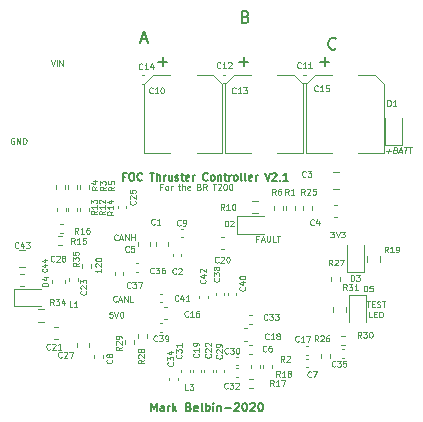
<source format=gbr>
G04 #@! TF.GenerationSoftware,KiCad,Pcbnew,(5.1.8)-1*
G04 #@! TF.CreationDate,2020-11-22T23:20:16-08:00*
G04 #@! TF.ProjectId,Thruster_Controller_V2,54687275-7374-4657-925f-436f6e74726f,rev?*
G04 #@! TF.SameCoordinates,Original*
G04 #@! TF.FileFunction,Legend,Top*
G04 #@! TF.FilePolarity,Positive*
%FSLAX46Y46*%
G04 Gerber Fmt 4.6, Leading zero omitted, Abs format (unit mm)*
G04 Created by KiCad (PCBNEW (5.1.8)-1) date 2020-11-22 23:20:16*
%MOMM*%
%LPD*%
G01*
G04 APERTURE LIST*
%ADD10C,0.125000*%
%ADD11C,0.150000*%
%ADD12C,0.120000*%
%ADD13C,0.100000*%
G04 APERTURE END LIST*
D10*
X115334040Y-93935714D02*
X115714992Y-93935714D01*
X115500706Y-94126190D02*
X115548325Y-93745238D01*
X116128683Y-93864285D02*
X116197135Y-93888095D01*
X116217968Y-93911904D01*
X116235825Y-93959523D01*
X116226897Y-94030952D01*
X116197135Y-94078571D01*
X116170349Y-94102380D01*
X116119754Y-94126190D01*
X115929278Y-94126190D01*
X115991778Y-93626190D01*
X116158444Y-93626190D01*
X116203087Y-93650000D01*
X116223921Y-93673809D01*
X116241778Y-93721428D01*
X116235825Y-93769047D01*
X116206063Y-93816666D01*
X116179278Y-93840476D01*
X116128683Y-93864285D01*
X115962016Y-93864285D01*
X116423325Y-93983333D02*
X116661421Y-93983333D01*
X116357849Y-94126190D02*
X116587016Y-93626190D01*
X116691183Y-94126190D01*
X116848921Y-93626190D02*
X117134635Y-93626190D01*
X116929278Y-94126190D02*
X116991778Y-93626190D01*
X117229873Y-93626190D02*
X117515587Y-93626190D01*
X117310230Y-94126190D02*
X117372730Y-93626190D01*
X92146666Y-107536190D02*
X91908571Y-107536190D01*
X91884761Y-107774285D01*
X91908571Y-107750476D01*
X91956190Y-107726666D01*
X92075238Y-107726666D01*
X92122857Y-107750476D01*
X92146666Y-107774285D01*
X92170476Y-107821904D01*
X92170476Y-107940952D01*
X92146666Y-107988571D01*
X92122857Y-108012380D01*
X92075238Y-108036190D01*
X91956190Y-108036190D01*
X91908571Y-108012380D01*
X91884761Y-107988571D01*
X92313333Y-107536190D02*
X92480000Y-108036190D01*
X92646666Y-107536190D01*
X92908571Y-107536190D02*
X92956190Y-107536190D01*
X93003809Y-107560000D01*
X93027619Y-107583809D01*
X93051428Y-107631428D01*
X93075238Y-107726666D01*
X93075238Y-107845714D01*
X93051428Y-107940952D01*
X93027619Y-107988571D01*
X93003809Y-108012380D01*
X92956190Y-108036190D01*
X92908571Y-108036190D01*
X92860952Y-108012380D01*
X92837142Y-107988571D01*
X92813333Y-107940952D01*
X92789523Y-107845714D01*
X92789523Y-107726666D01*
X92813333Y-107631428D01*
X92837142Y-107583809D01*
X92860952Y-107560000D01*
X92908571Y-107536190D01*
X113662380Y-106658690D02*
X113948095Y-106658690D01*
X113805238Y-107158690D02*
X113805238Y-106658690D01*
X114114761Y-106896785D02*
X114281428Y-106896785D01*
X114352857Y-107158690D02*
X114114761Y-107158690D01*
X114114761Y-106658690D01*
X114352857Y-106658690D01*
X114543333Y-107134880D02*
X114614761Y-107158690D01*
X114733809Y-107158690D01*
X114781428Y-107134880D01*
X114805238Y-107111071D01*
X114829047Y-107063452D01*
X114829047Y-107015833D01*
X114805238Y-106968214D01*
X114781428Y-106944404D01*
X114733809Y-106920595D01*
X114638571Y-106896785D01*
X114590952Y-106872976D01*
X114567142Y-106849166D01*
X114543333Y-106801547D01*
X114543333Y-106753928D01*
X114567142Y-106706309D01*
X114590952Y-106682500D01*
X114638571Y-106658690D01*
X114757619Y-106658690D01*
X114829047Y-106682500D01*
X114971904Y-106658690D02*
X115257619Y-106658690D01*
X115114761Y-107158690D02*
X115114761Y-106658690D01*
X114138571Y-108033690D02*
X113900476Y-108033690D01*
X113900476Y-107533690D01*
X114305238Y-107771785D02*
X114471904Y-107771785D01*
X114543333Y-108033690D02*
X114305238Y-108033690D01*
X114305238Y-107533690D01*
X114543333Y-107533690D01*
X114757619Y-108033690D02*
X114757619Y-107533690D01*
X114876666Y-107533690D01*
X114948095Y-107557500D01*
X114995714Y-107605119D01*
X115019523Y-107652738D01*
X115043333Y-107747976D01*
X115043333Y-107819404D01*
X115019523Y-107914642D01*
X114995714Y-107962261D01*
X114948095Y-108009880D01*
X114876666Y-108033690D01*
X114757619Y-108033690D01*
X104502380Y-101354285D02*
X104335714Y-101354285D01*
X104335714Y-101616190D02*
X104335714Y-101116190D01*
X104573809Y-101116190D01*
X104740476Y-101473333D02*
X104978571Y-101473333D01*
X104692857Y-101616190D02*
X104859523Y-101116190D01*
X105026190Y-101616190D01*
X105192857Y-101116190D02*
X105192857Y-101520952D01*
X105216666Y-101568571D01*
X105240476Y-101592380D01*
X105288095Y-101616190D01*
X105383333Y-101616190D01*
X105430952Y-101592380D01*
X105454761Y-101568571D01*
X105478571Y-101520952D01*
X105478571Y-101116190D01*
X105954761Y-101616190D02*
X105716666Y-101616190D01*
X105716666Y-101116190D01*
X106050000Y-101116190D02*
X106335714Y-101116190D01*
X106192857Y-101616190D02*
X106192857Y-101116190D01*
X96380952Y-96964285D02*
X96214285Y-96964285D01*
X96214285Y-97226190D02*
X96214285Y-96726190D01*
X96452380Y-96726190D01*
X96714285Y-97226190D02*
X96666666Y-97202380D01*
X96642857Y-97178571D01*
X96619047Y-97130952D01*
X96619047Y-96988095D01*
X96642857Y-96940476D01*
X96666666Y-96916666D01*
X96714285Y-96892857D01*
X96785714Y-96892857D01*
X96833333Y-96916666D01*
X96857142Y-96940476D01*
X96880952Y-96988095D01*
X96880952Y-97130952D01*
X96857142Y-97178571D01*
X96833333Y-97202380D01*
X96785714Y-97226190D01*
X96714285Y-97226190D01*
X97095238Y-97226190D02*
X97095238Y-96892857D01*
X97095238Y-96988095D02*
X97119047Y-96940476D01*
X97142857Y-96916666D01*
X97190476Y-96892857D01*
X97238095Y-96892857D01*
X97714285Y-96892857D02*
X97904761Y-96892857D01*
X97785714Y-96726190D02*
X97785714Y-97154761D01*
X97809523Y-97202380D01*
X97857142Y-97226190D01*
X97904761Y-97226190D01*
X98071428Y-97226190D02*
X98071428Y-96726190D01*
X98285714Y-97226190D02*
X98285714Y-96964285D01*
X98261904Y-96916666D01*
X98214285Y-96892857D01*
X98142857Y-96892857D01*
X98095238Y-96916666D01*
X98071428Y-96940476D01*
X98714285Y-97202380D02*
X98666666Y-97226190D01*
X98571428Y-97226190D01*
X98523809Y-97202380D01*
X98500000Y-97154761D01*
X98500000Y-96964285D01*
X98523809Y-96916666D01*
X98571428Y-96892857D01*
X98666666Y-96892857D01*
X98714285Y-96916666D01*
X98738095Y-96964285D01*
X98738095Y-97011904D01*
X98500000Y-97059523D01*
X99500000Y-96964285D02*
X99571428Y-96988095D01*
X99595238Y-97011904D01*
X99619047Y-97059523D01*
X99619047Y-97130952D01*
X99595238Y-97178571D01*
X99571428Y-97202380D01*
X99523809Y-97226190D01*
X99333333Y-97226190D01*
X99333333Y-96726190D01*
X99500000Y-96726190D01*
X99547619Y-96750000D01*
X99571428Y-96773809D01*
X99595238Y-96821428D01*
X99595238Y-96869047D01*
X99571428Y-96916666D01*
X99547619Y-96940476D01*
X99500000Y-96964285D01*
X99333333Y-96964285D01*
X100119047Y-97226190D02*
X99952380Y-96988095D01*
X99833333Y-97226190D02*
X99833333Y-96726190D01*
X100023809Y-96726190D01*
X100071428Y-96750000D01*
X100095238Y-96773809D01*
X100119047Y-96821428D01*
X100119047Y-96892857D01*
X100095238Y-96940476D01*
X100071428Y-96964285D01*
X100023809Y-96988095D01*
X99833333Y-96988095D01*
X100642857Y-96726190D02*
X100928571Y-96726190D01*
X100785714Y-97226190D02*
X100785714Y-96726190D01*
X101071428Y-96773809D02*
X101095238Y-96750000D01*
X101142857Y-96726190D01*
X101261904Y-96726190D01*
X101309523Y-96750000D01*
X101333333Y-96773809D01*
X101357142Y-96821428D01*
X101357142Y-96869047D01*
X101333333Y-96940476D01*
X101047619Y-97226190D01*
X101357142Y-97226190D01*
X101666666Y-96726190D02*
X101714285Y-96726190D01*
X101761904Y-96750000D01*
X101785714Y-96773809D01*
X101809523Y-96821428D01*
X101833333Y-96916666D01*
X101833333Y-97035714D01*
X101809523Y-97130952D01*
X101785714Y-97178571D01*
X101761904Y-97202380D01*
X101714285Y-97226190D01*
X101666666Y-97226190D01*
X101619047Y-97202380D01*
X101595238Y-97178571D01*
X101571428Y-97130952D01*
X101547619Y-97035714D01*
X101547619Y-96916666D01*
X101571428Y-96821428D01*
X101595238Y-96773809D01*
X101619047Y-96750000D01*
X101666666Y-96726190D01*
X102142857Y-96726190D02*
X102190476Y-96726190D01*
X102238095Y-96750000D01*
X102261904Y-96773809D01*
X102285714Y-96821428D01*
X102309523Y-96916666D01*
X102309523Y-97035714D01*
X102285714Y-97130952D01*
X102261904Y-97178571D01*
X102238095Y-97202380D01*
X102190476Y-97226190D01*
X102142857Y-97226190D01*
X102095238Y-97202380D01*
X102071428Y-97178571D01*
X102047619Y-97130952D01*
X102023809Y-97035714D01*
X102023809Y-96916666D01*
X102047619Y-96821428D01*
X102071428Y-96773809D01*
X102095238Y-96750000D01*
X102142857Y-96726190D01*
D11*
X93252380Y-96103571D02*
X93035714Y-96103571D01*
X93035714Y-96444047D02*
X93035714Y-95794047D01*
X93345238Y-95794047D01*
X93716666Y-95794047D02*
X93840476Y-95794047D01*
X93902380Y-95825000D01*
X93964285Y-95886904D01*
X93995238Y-96010714D01*
X93995238Y-96227380D01*
X93964285Y-96351190D01*
X93902380Y-96413095D01*
X93840476Y-96444047D01*
X93716666Y-96444047D01*
X93654761Y-96413095D01*
X93592857Y-96351190D01*
X93561904Y-96227380D01*
X93561904Y-96010714D01*
X93592857Y-95886904D01*
X93654761Y-95825000D01*
X93716666Y-95794047D01*
X94645238Y-96382142D02*
X94614285Y-96413095D01*
X94521428Y-96444047D01*
X94459523Y-96444047D01*
X94366666Y-96413095D01*
X94304761Y-96351190D01*
X94273809Y-96289285D01*
X94242857Y-96165476D01*
X94242857Y-96072619D01*
X94273809Y-95948809D01*
X94304761Y-95886904D01*
X94366666Y-95825000D01*
X94459523Y-95794047D01*
X94521428Y-95794047D01*
X94614285Y-95825000D01*
X94645238Y-95855952D01*
X95326190Y-95794047D02*
X95697619Y-95794047D01*
X95511904Y-96444047D02*
X95511904Y-95794047D01*
X95914285Y-96444047D02*
X95914285Y-95794047D01*
X96192857Y-96444047D02*
X96192857Y-96103571D01*
X96161904Y-96041666D01*
X96099999Y-96010714D01*
X96007142Y-96010714D01*
X95945238Y-96041666D01*
X95914285Y-96072619D01*
X96502380Y-96444047D02*
X96502380Y-96010714D01*
X96502380Y-96134523D02*
X96533333Y-96072619D01*
X96564285Y-96041666D01*
X96626190Y-96010714D01*
X96688095Y-96010714D01*
X97183333Y-96010714D02*
X97183333Y-96444047D01*
X96904761Y-96010714D02*
X96904761Y-96351190D01*
X96935714Y-96413095D01*
X96997619Y-96444047D01*
X97090476Y-96444047D01*
X97152380Y-96413095D01*
X97183333Y-96382142D01*
X97461904Y-96413095D02*
X97523809Y-96444047D01*
X97647619Y-96444047D01*
X97709523Y-96413095D01*
X97740476Y-96351190D01*
X97740476Y-96320238D01*
X97709523Y-96258333D01*
X97647619Y-96227380D01*
X97554761Y-96227380D01*
X97492857Y-96196428D01*
X97461904Y-96134523D01*
X97461904Y-96103571D01*
X97492857Y-96041666D01*
X97554761Y-96010714D01*
X97647619Y-96010714D01*
X97709523Y-96041666D01*
X97926190Y-96010714D02*
X98173809Y-96010714D01*
X98019047Y-95794047D02*
X98019047Y-96351190D01*
X98049999Y-96413095D01*
X98111904Y-96444047D01*
X98173809Y-96444047D01*
X98638095Y-96413095D02*
X98576190Y-96444047D01*
X98452380Y-96444047D01*
X98390476Y-96413095D01*
X98359523Y-96351190D01*
X98359523Y-96103571D01*
X98390476Y-96041666D01*
X98452380Y-96010714D01*
X98576190Y-96010714D01*
X98638095Y-96041666D01*
X98669047Y-96103571D01*
X98669047Y-96165476D01*
X98359523Y-96227380D01*
X98947619Y-96444047D02*
X98947619Y-96010714D01*
X98947619Y-96134523D02*
X98978571Y-96072619D01*
X99009523Y-96041666D01*
X99071428Y-96010714D01*
X99133333Y-96010714D01*
X100216666Y-96382142D02*
X100185714Y-96413095D01*
X100092857Y-96444047D01*
X100030952Y-96444047D01*
X99938095Y-96413095D01*
X99876190Y-96351190D01*
X99845238Y-96289285D01*
X99814285Y-96165476D01*
X99814285Y-96072619D01*
X99845238Y-95948809D01*
X99876190Y-95886904D01*
X99938095Y-95825000D01*
X100030952Y-95794047D01*
X100092857Y-95794047D01*
X100185714Y-95825000D01*
X100216666Y-95855952D01*
X100588095Y-96444047D02*
X100526190Y-96413095D01*
X100495238Y-96382142D01*
X100464285Y-96320238D01*
X100464285Y-96134523D01*
X100495238Y-96072619D01*
X100526190Y-96041666D01*
X100588095Y-96010714D01*
X100680952Y-96010714D01*
X100742857Y-96041666D01*
X100773809Y-96072619D01*
X100804761Y-96134523D01*
X100804761Y-96320238D01*
X100773809Y-96382142D01*
X100742857Y-96413095D01*
X100680952Y-96444047D01*
X100588095Y-96444047D01*
X101083333Y-96010714D02*
X101083333Y-96444047D01*
X101083333Y-96072619D02*
X101114285Y-96041666D01*
X101176190Y-96010714D01*
X101269047Y-96010714D01*
X101330952Y-96041666D01*
X101361904Y-96103571D01*
X101361904Y-96444047D01*
X101578571Y-96010714D02*
X101826190Y-96010714D01*
X101671428Y-95794047D02*
X101671428Y-96351190D01*
X101702380Y-96413095D01*
X101764285Y-96444047D01*
X101826190Y-96444047D01*
X102042857Y-96444047D02*
X102042857Y-96010714D01*
X102042857Y-96134523D02*
X102073809Y-96072619D01*
X102104761Y-96041666D01*
X102166666Y-96010714D01*
X102228571Y-96010714D01*
X102538095Y-96444047D02*
X102476190Y-96413095D01*
X102445238Y-96382142D01*
X102414285Y-96320238D01*
X102414285Y-96134523D01*
X102445238Y-96072619D01*
X102476190Y-96041666D01*
X102538095Y-96010714D01*
X102630952Y-96010714D01*
X102692857Y-96041666D01*
X102723809Y-96072619D01*
X102754761Y-96134523D01*
X102754761Y-96320238D01*
X102723809Y-96382142D01*
X102692857Y-96413095D01*
X102630952Y-96444047D01*
X102538095Y-96444047D01*
X103126190Y-96444047D02*
X103064285Y-96413095D01*
X103033333Y-96351190D01*
X103033333Y-95794047D01*
X103466666Y-96444047D02*
X103404761Y-96413095D01*
X103373809Y-96351190D01*
X103373809Y-95794047D01*
X103961904Y-96413095D02*
X103899999Y-96444047D01*
X103776190Y-96444047D01*
X103714285Y-96413095D01*
X103683333Y-96351190D01*
X103683333Y-96103571D01*
X103714285Y-96041666D01*
X103776190Y-96010714D01*
X103899999Y-96010714D01*
X103961904Y-96041666D01*
X103992857Y-96103571D01*
X103992857Y-96165476D01*
X103683333Y-96227380D01*
X104271428Y-96444047D02*
X104271428Y-96010714D01*
X104271428Y-96134523D02*
X104302380Y-96072619D01*
X104333333Y-96041666D01*
X104395238Y-96010714D01*
X104457142Y-96010714D01*
X105076190Y-95794047D02*
X105292857Y-96444047D01*
X105509523Y-95794047D01*
X105695238Y-95855952D02*
X105726190Y-95825000D01*
X105788095Y-95794047D01*
X105942857Y-95794047D01*
X106004761Y-95825000D01*
X106035714Y-95855952D01*
X106066666Y-95917857D01*
X106066666Y-95979761D01*
X106035714Y-96072619D01*
X105664285Y-96444047D01*
X106066666Y-96444047D01*
X106345238Y-96382142D02*
X106376190Y-96413095D01*
X106345238Y-96444047D01*
X106314285Y-96413095D01*
X106345238Y-96382142D01*
X106345238Y-96444047D01*
X106995238Y-96444047D02*
X106623809Y-96444047D01*
X106809523Y-96444047D02*
X106809523Y-95794047D01*
X106747619Y-95886904D01*
X106685714Y-95948809D01*
X106623809Y-95979761D01*
D10*
X91196190Y-103923333D02*
X91196190Y-104209047D01*
X91196190Y-104066190D02*
X90696190Y-104066190D01*
X90767619Y-104113809D01*
X90815238Y-104161428D01*
X90839047Y-104209047D01*
X90743809Y-103732857D02*
X90720000Y-103709047D01*
X90696190Y-103661428D01*
X90696190Y-103542380D01*
X90720000Y-103494761D01*
X90743809Y-103470952D01*
X90791428Y-103447142D01*
X90839047Y-103447142D01*
X90910476Y-103470952D01*
X91196190Y-103756666D01*
X91196190Y-103447142D01*
X90696190Y-103137619D02*
X90696190Y-103090000D01*
X90720000Y-103042380D01*
X90743809Y-103018571D01*
X90791428Y-102994761D01*
X90886666Y-102970952D01*
X91005714Y-102970952D01*
X91100952Y-102994761D01*
X91148571Y-103018571D01*
X91172380Y-103042380D01*
X91196190Y-103090000D01*
X91196190Y-103137619D01*
X91172380Y-103185238D01*
X91148571Y-103209047D01*
X91100952Y-103232857D01*
X91005714Y-103256666D01*
X90886666Y-103256666D01*
X90791428Y-103232857D01*
X90743809Y-103209047D01*
X90720000Y-103185238D01*
X90696190Y-103137619D01*
X92586666Y-101448571D02*
X92562857Y-101472380D01*
X92491428Y-101496190D01*
X92443809Y-101496190D01*
X92372380Y-101472380D01*
X92324761Y-101424761D01*
X92300952Y-101377142D01*
X92277142Y-101281904D01*
X92277142Y-101210476D01*
X92300952Y-101115238D01*
X92324761Y-101067619D01*
X92372380Y-101020000D01*
X92443809Y-100996190D01*
X92491428Y-100996190D01*
X92562857Y-101020000D01*
X92586666Y-101043809D01*
X92777142Y-101353333D02*
X93015238Y-101353333D01*
X92729523Y-101496190D02*
X92896190Y-100996190D01*
X93062857Y-101496190D01*
X93229523Y-101496190D02*
X93229523Y-100996190D01*
X93515238Y-101496190D01*
X93515238Y-100996190D01*
X93753333Y-101496190D02*
X93753333Y-100996190D01*
X93753333Y-101234285D02*
X94039047Y-101234285D01*
X94039047Y-101496190D02*
X94039047Y-100996190D01*
X92506190Y-106638571D02*
X92482380Y-106662380D01*
X92410952Y-106686190D01*
X92363333Y-106686190D01*
X92291904Y-106662380D01*
X92244285Y-106614761D01*
X92220476Y-106567142D01*
X92196666Y-106471904D01*
X92196666Y-106400476D01*
X92220476Y-106305238D01*
X92244285Y-106257619D01*
X92291904Y-106210000D01*
X92363333Y-106186190D01*
X92410952Y-106186190D01*
X92482380Y-106210000D01*
X92506190Y-106233809D01*
X92696666Y-106543333D02*
X92934761Y-106543333D01*
X92649047Y-106686190D02*
X92815714Y-106186190D01*
X92982380Y-106686190D01*
X93149047Y-106686190D02*
X93149047Y-106186190D01*
X93434761Y-106686190D01*
X93434761Y-106186190D01*
X93910952Y-106686190D02*
X93672857Y-106686190D01*
X93672857Y-106186190D01*
X110600952Y-100756190D02*
X110910476Y-100756190D01*
X110743809Y-100946666D01*
X110815238Y-100946666D01*
X110862857Y-100970476D01*
X110886666Y-100994285D01*
X110910476Y-101041904D01*
X110910476Y-101160952D01*
X110886666Y-101208571D01*
X110862857Y-101232380D01*
X110815238Y-101256190D01*
X110672380Y-101256190D01*
X110624761Y-101232380D01*
X110600952Y-101208571D01*
X111053333Y-100756190D02*
X111220000Y-101256190D01*
X111386666Y-100756190D01*
X111505714Y-100756190D02*
X111815238Y-100756190D01*
X111648571Y-100946666D01*
X111720000Y-100946666D01*
X111767619Y-100970476D01*
X111791428Y-100994285D01*
X111815238Y-101041904D01*
X111815238Y-101160952D01*
X111791428Y-101208571D01*
X111767619Y-101232380D01*
X111720000Y-101256190D01*
X111577142Y-101256190D01*
X111529523Y-101232380D01*
X111505714Y-101208571D01*
D11*
X94611904Y-84466666D02*
X95088095Y-84466666D01*
X94516666Y-84752380D02*
X94850000Y-83752380D01*
X95183333Y-84752380D01*
X103421428Y-82578571D02*
X103564285Y-82626190D01*
X103611904Y-82673809D01*
X103659523Y-82769047D01*
X103659523Y-82911904D01*
X103611904Y-83007142D01*
X103564285Y-83054761D01*
X103469047Y-83102380D01*
X103088095Y-83102380D01*
X103088095Y-82102380D01*
X103421428Y-82102380D01*
X103516666Y-82150000D01*
X103564285Y-82197619D01*
X103611904Y-82292857D01*
X103611904Y-82388095D01*
X103564285Y-82483333D01*
X103516666Y-82530952D01*
X103421428Y-82578571D01*
X103088095Y-82578571D01*
X111059523Y-85257142D02*
X111011904Y-85304761D01*
X110869047Y-85352380D01*
X110773809Y-85352380D01*
X110630952Y-85304761D01*
X110535714Y-85209523D01*
X110488095Y-85114285D01*
X110440476Y-84923809D01*
X110440476Y-84780952D01*
X110488095Y-84590476D01*
X110535714Y-84495238D01*
X110630952Y-84400000D01*
X110773809Y-84352380D01*
X110869047Y-84352380D01*
X111011904Y-84400000D01*
X111059523Y-84447619D01*
D10*
X86912380Y-86236190D02*
X87079047Y-86736190D01*
X87245714Y-86236190D01*
X87412380Y-86736190D02*
X87412380Y-86236190D01*
X87650476Y-86736190D02*
X87650476Y-86236190D01*
X87936190Y-86736190D01*
X87936190Y-86236190D01*
X83829047Y-92860000D02*
X83781428Y-92836190D01*
X83710000Y-92836190D01*
X83638571Y-92860000D01*
X83590952Y-92907619D01*
X83567142Y-92955238D01*
X83543333Y-93050476D01*
X83543333Y-93121904D01*
X83567142Y-93217142D01*
X83590952Y-93264761D01*
X83638571Y-93312380D01*
X83710000Y-93336190D01*
X83757619Y-93336190D01*
X83829047Y-93312380D01*
X83852857Y-93288571D01*
X83852857Y-93121904D01*
X83757619Y-93121904D01*
X84067142Y-93336190D02*
X84067142Y-92836190D01*
X84352857Y-93336190D01*
X84352857Y-92836190D01*
X84590952Y-93336190D02*
X84590952Y-92836190D01*
X84710000Y-92836190D01*
X84781428Y-92860000D01*
X84829047Y-92907619D01*
X84852857Y-92955238D01*
X84876666Y-93050476D01*
X84876666Y-93121904D01*
X84852857Y-93217142D01*
X84829047Y-93264761D01*
X84781428Y-93312380D01*
X84710000Y-93336190D01*
X84590952Y-93336190D01*
D11*
X95423333Y-115956666D02*
X95423333Y-115256666D01*
X95656666Y-115756666D01*
X95890000Y-115256666D01*
X95890000Y-115956666D01*
X96523333Y-115956666D02*
X96523333Y-115590000D01*
X96490000Y-115523333D01*
X96423333Y-115490000D01*
X96290000Y-115490000D01*
X96223333Y-115523333D01*
X96523333Y-115923333D02*
X96456666Y-115956666D01*
X96290000Y-115956666D01*
X96223333Y-115923333D01*
X96190000Y-115856666D01*
X96190000Y-115790000D01*
X96223333Y-115723333D01*
X96290000Y-115690000D01*
X96456666Y-115690000D01*
X96523333Y-115656666D01*
X96856666Y-115956666D02*
X96856666Y-115490000D01*
X96856666Y-115623333D02*
X96890000Y-115556666D01*
X96923333Y-115523333D01*
X96990000Y-115490000D01*
X97056666Y-115490000D01*
X97290000Y-115956666D02*
X97290000Y-115256666D01*
X97356666Y-115690000D02*
X97556666Y-115956666D01*
X97556666Y-115490000D02*
X97290000Y-115756666D01*
X98623333Y-115590000D02*
X98723333Y-115623333D01*
X98756666Y-115656666D01*
X98790000Y-115723333D01*
X98790000Y-115823333D01*
X98756666Y-115890000D01*
X98723333Y-115923333D01*
X98656666Y-115956666D01*
X98390000Y-115956666D01*
X98390000Y-115256666D01*
X98623333Y-115256666D01*
X98690000Y-115290000D01*
X98723333Y-115323333D01*
X98756666Y-115390000D01*
X98756666Y-115456666D01*
X98723333Y-115523333D01*
X98690000Y-115556666D01*
X98623333Y-115590000D01*
X98390000Y-115590000D01*
X99356666Y-115923333D02*
X99290000Y-115956666D01*
X99156666Y-115956666D01*
X99090000Y-115923333D01*
X99056666Y-115856666D01*
X99056666Y-115590000D01*
X99090000Y-115523333D01*
X99156666Y-115490000D01*
X99290000Y-115490000D01*
X99356666Y-115523333D01*
X99390000Y-115590000D01*
X99390000Y-115656666D01*
X99056666Y-115723333D01*
X99790000Y-115956666D02*
X99723333Y-115923333D01*
X99690000Y-115856666D01*
X99690000Y-115256666D01*
X100056666Y-115956666D02*
X100056666Y-115256666D01*
X100056666Y-115523333D02*
X100123333Y-115490000D01*
X100256666Y-115490000D01*
X100323333Y-115523333D01*
X100356666Y-115556666D01*
X100390000Y-115623333D01*
X100390000Y-115823333D01*
X100356666Y-115890000D01*
X100323333Y-115923333D01*
X100256666Y-115956666D01*
X100123333Y-115956666D01*
X100056666Y-115923333D01*
X100690000Y-115956666D02*
X100690000Y-115490000D01*
X100690000Y-115256666D02*
X100656666Y-115290000D01*
X100690000Y-115323333D01*
X100723333Y-115290000D01*
X100690000Y-115256666D01*
X100690000Y-115323333D01*
X101023333Y-115490000D02*
X101023333Y-115956666D01*
X101023333Y-115556666D02*
X101056666Y-115523333D01*
X101123333Y-115490000D01*
X101223333Y-115490000D01*
X101290000Y-115523333D01*
X101323333Y-115590000D01*
X101323333Y-115956666D01*
X101656666Y-115690000D02*
X102190000Y-115690000D01*
X102490000Y-115323333D02*
X102523333Y-115290000D01*
X102590000Y-115256666D01*
X102756666Y-115256666D01*
X102823333Y-115290000D01*
X102856666Y-115323333D01*
X102890000Y-115390000D01*
X102890000Y-115456666D01*
X102856666Y-115556666D01*
X102456666Y-115956666D01*
X102890000Y-115956666D01*
X103323333Y-115256666D02*
X103390000Y-115256666D01*
X103456666Y-115290000D01*
X103490000Y-115323333D01*
X103523333Y-115390000D01*
X103556666Y-115523333D01*
X103556666Y-115690000D01*
X103523333Y-115823333D01*
X103490000Y-115890000D01*
X103456666Y-115923333D01*
X103390000Y-115956666D01*
X103323333Y-115956666D01*
X103256666Y-115923333D01*
X103223333Y-115890000D01*
X103190000Y-115823333D01*
X103156666Y-115690000D01*
X103156666Y-115523333D01*
X103190000Y-115390000D01*
X103223333Y-115323333D01*
X103256666Y-115290000D01*
X103323333Y-115256666D01*
X103823333Y-115323333D02*
X103856666Y-115290000D01*
X103923333Y-115256666D01*
X104090000Y-115256666D01*
X104156666Y-115290000D01*
X104190000Y-115323333D01*
X104223333Y-115390000D01*
X104223333Y-115456666D01*
X104190000Y-115556666D01*
X103790000Y-115956666D01*
X104223333Y-115956666D01*
X104656666Y-115256666D02*
X104723333Y-115256666D01*
X104790000Y-115290000D01*
X104823333Y-115323333D01*
X104856666Y-115390000D01*
X104890000Y-115523333D01*
X104890000Y-115690000D01*
X104856666Y-115823333D01*
X104823333Y-115890000D01*
X104790000Y-115923333D01*
X104723333Y-115956666D01*
X104656666Y-115956666D01*
X104590000Y-115923333D01*
X104556666Y-115890000D01*
X104523333Y-115823333D01*
X104490000Y-115690000D01*
X104490000Y-115523333D01*
X104523333Y-115390000D01*
X104556666Y-115323333D01*
X104590000Y-115290000D01*
X104656666Y-115256666D01*
D12*
X94850000Y-94100000D02*
X97030000Y-94100000D01*
X101450000Y-94100000D02*
X99270000Y-94100000D01*
X95610000Y-87500000D02*
X97030000Y-87500000D01*
X100690000Y-87500000D02*
X99270000Y-87500000D01*
X94850000Y-94100000D02*
X94850000Y-88260000D01*
X94850000Y-88260000D02*
X95610000Y-87500000D01*
X100690000Y-87500000D02*
X101450000Y-88260000D01*
X101450000Y-88260000D02*
X101450000Y-94100000D01*
X101700000Y-94100000D02*
X103880000Y-94100000D01*
X108300000Y-94100000D02*
X106120000Y-94100000D01*
X102460000Y-87500000D02*
X103880000Y-87500000D01*
X107540000Y-87500000D02*
X106120000Y-87500000D01*
X101700000Y-94100000D02*
X101700000Y-88260000D01*
X101700000Y-88260000D02*
X102460000Y-87500000D01*
X107540000Y-87500000D02*
X108300000Y-88260000D01*
X108300000Y-88260000D02*
X108300000Y-94100000D01*
X108550000Y-94100000D02*
X110730000Y-94100000D01*
X115150000Y-94100000D02*
X112970000Y-94100000D01*
X109310000Y-87500000D02*
X110730000Y-87500000D01*
X114390000Y-87500000D02*
X112970000Y-87500000D01*
X108550000Y-94100000D02*
X108550000Y-88260000D01*
X108550000Y-88260000D02*
X109310000Y-87500000D01*
X114390000Y-87500000D02*
X115150000Y-88260000D01*
X115150000Y-88260000D02*
X115150000Y-94100000D01*
X95840000Y-101659420D02*
X95840000Y-101940580D01*
X96860000Y-101659420D02*
X96860000Y-101940580D01*
X97960000Y-102847836D02*
X97960000Y-102632164D01*
X97240000Y-102847836D02*
X97240000Y-102632164D01*
X111311252Y-97185000D02*
X110788748Y-97185000D01*
X111311252Y-95715000D02*
X110788748Y-95715000D01*
X111190580Y-98540000D02*
X110909420Y-98540000D01*
X111190580Y-99560000D02*
X110909420Y-99560000D01*
X95340000Y-101659420D02*
X95340000Y-101940580D01*
X94320000Y-101659420D02*
X94320000Y-101940580D01*
X103957836Y-111085000D02*
X103742164Y-111085000D01*
X103957836Y-110365000D02*
X103742164Y-110365000D01*
X108522164Y-112230000D02*
X108737836Y-112230000D01*
X108522164Y-111510000D02*
X108737836Y-111510000D01*
X91330000Y-111437836D02*
X91330000Y-111222164D01*
X90610000Y-111437836D02*
X90610000Y-111222164D01*
X97942164Y-100540000D02*
X98157836Y-100540000D01*
X97942164Y-101260000D02*
X98157836Y-101260000D01*
X108292164Y-88210000D02*
X108507836Y-88210000D01*
X108292164Y-87490000D02*
X108507836Y-87490000D01*
X101492164Y-87490000D02*
X101707836Y-87490000D01*
X101492164Y-88210000D02*
X101707836Y-88210000D01*
X94642164Y-87540000D02*
X94857836Y-87540000D01*
X94642164Y-88260000D02*
X94857836Y-88260000D01*
X96509420Y-107140000D02*
X96790580Y-107140000D01*
X96509420Y-108160000D02*
X96790580Y-108160000D01*
X108522164Y-111170000D02*
X108737836Y-111170000D01*
X108522164Y-110450000D02*
X108737836Y-110450000D01*
X103565580Y-108965000D02*
X103284420Y-108965000D01*
X103565580Y-109985000D02*
X103284420Y-109985000D01*
X99660000Y-112682836D02*
X99660000Y-112467164D01*
X98940000Y-112682836D02*
X98940000Y-112467164D01*
X101590580Y-102235000D02*
X101309420Y-102235000D01*
X101590580Y-101215000D02*
X101309420Y-101215000D01*
X87239420Y-109890000D02*
X87520580Y-109890000D01*
X87239420Y-108870000D02*
X87520580Y-108870000D01*
X100635000Y-112682836D02*
X100635000Y-112467164D01*
X99915000Y-112682836D02*
X99915000Y-112467164D01*
X88490000Y-104907836D02*
X88490000Y-104692164D01*
X89210000Y-104907836D02*
X89210000Y-104692164D01*
X92590000Y-98567164D02*
X92590000Y-98782836D01*
X93310000Y-98567164D02*
X93310000Y-98782836D01*
X90190000Y-110229420D02*
X90190000Y-110510580D01*
X89170000Y-110229420D02*
X89170000Y-110510580D01*
X87070000Y-105100580D02*
X87070000Y-104819420D01*
X88090000Y-105100580D02*
X88090000Y-104819420D01*
X100890000Y-112682836D02*
X100890000Y-112467164D01*
X101610000Y-112682836D02*
X101610000Y-112467164D01*
X102807836Y-111340000D02*
X102592164Y-111340000D01*
X102807836Y-112060000D02*
X102592164Y-112060000D01*
X98685000Y-112682836D02*
X98685000Y-112467164D01*
X97965000Y-112682836D02*
X97965000Y-112467164D01*
X102807836Y-112315000D02*
X102592164Y-112315000D01*
X102807836Y-113035000D02*
X102592164Y-113035000D01*
X103932836Y-108585000D02*
X103717164Y-108585000D01*
X103932836Y-107865000D02*
X103717164Y-107865000D01*
X97685000Y-113332836D02*
X97685000Y-113117164D01*
X96965000Y-113332836D02*
X96965000Y-113117164D01*
X111572164Y-111450000D02*
X111787836Y-111450000D01*
X111572164Y-110730000D02*
X111787836Y-110730000D01*
X94317836Y-104160000D02*
X94102164Y-104160000D01*
X94317836Y-103440000D02*
X94102164Y-103440000D01*
X93060000Y-104407836D02*
X93060000Y-104192164D01*
X92340000Y-104407836D02*
X92340000Y-104192164D01*
X101610000Y-105942164D02*
X101610000Y-106157836D01*
X100890000Y-105942164D02*
X100890000Y-106157836D01*
X96142164Y-108540000D02*
X96357836Y-108540000D01*
X96142164Y-109260000D02*
X96357836Y-109260000D01*
X102610000Y-105942164D02*
X102610000Y-106157836D01*
X101890000Y-105942164D02*
X101890000Y-106157836D01*
X96142164Y-106760000D02*
X96357836Y-106760000D01*
X96142164Y-106040000D02*
X96357836Y-106040000D01*
X100210000Y-106192164D02*
X100210000Y-106407836D01*
X99490000Y-106192164D02*
X99490000Y-106407836D01*
X84761252Y-102315000D02*
X84238748Y-102315000D01*
X84761252Y-103785000D02*
X84238748Y-103785000D01*
X84640580Y-104310000D02*
X84359420Y-104310000D01*
X84640580Y-105330000D02*
X84359420Y-105330000D01*
X115190000Y-91125000D02*
X115190000Y-93410000D01*
X115190000Y-93410000D02*
X116660000Y-93410000D01*
X116660000Y-93410000D02*
X116660000Y-91125000D01*
X105000000Y-99465000D02*
X102715000Y-99465000D01*
X102715000Y-99465000D02*
X102715000Y-100935000D01*
X102715000Y-100935000D02*
X105000000Y-100935000D01*
X113460000Y-104160000D02*
X113460000Y-101875000D01*
X111990000Y-104160000D02*
X113460000Y-104160000D01*
X111990000Y-101875000D02*
X111990000Y-104160000D01*
X83805000Y-107075000D02*
X86090000Y-107075000D01*
X83805000Y-105605000D02*
X83805000Y-107075000D01*
X86090000Y-105605000D02*
X83805000Y-105605000D01*
X112165000Y-106090000D02*
X112165000Y-108375000D01*
X113635000Y-106090000D02*
X112165000Y-106090000D01*
X113635000Y-108375000D02*
X113635000Y-106090000D01*
X106845000Y-98621359D02*
X106845000Y-98928641D01*
X107605000Y-98621359D02*
X107605000Y-98928641D01*
X104605000Y-112021359D02*
X104605000Y-112328641D01*
X103845000Y-112021359D02*
X103845000Y-112328641D01*
X88410000Y-96816359D02*
X88410000Y-97123641D01*
X89170000Y-96816359D02*
X89170000Y-97123641D01*
X88170000Y-96826359D02*
X88170000Y-97133641D01*
X87410000Y-96826359D02*
X87410000Y-97133641D01*
X90170000Y-96826359D02*
X90170000Y-97133641D01*
X89410000Y-96826359D02*
X89410000Y-97133641D01*
X106605000Y-98928641D02*
X106605000Y-98621359D01*
X105845000Y-98928641D02*
X105845000Y-98621359D01*
X103962742Y-99192500D02*
X104437258Y-99192500D01*
X103962742Y-98147500D02*
X104437258Y-98147500D01*
X89180000Y-98746359D02*
X89180000Y-99053641D01*
X88420000Y-98746359D02*
X88420000Y-99053641D01*
X87420000Y-98746359D02*
X87420000Y-99053641D01*
X88180000Y-98746359D02*
X88180000Y-99053641D01*
X89420000Y-98746359D02*
X89420000Y-99053641D01*
X90180000Y-98746359D02*
X90180000Y-99053641D01*
X87566359Y-101890000D02*
X87873641Y-101890000D01*
X87566359Y-101130000D02*
X87873641Y-101130000D01*
X88003641Y-100120000D02*
X87696359Y-100120000D01*
X88003641Y-100880000D02*
X87696359Y-100880000D01*
X103746359Y-114040000D02*
X104053641Y-114040000D01*
X103746359Y-113280000D02*
X104053641Y-113280000D01*
X105630000Y-112021359D02*
X105630000Y-112328641D01*
X104870000Y-112021359D02*
X104870000Y-112328641D01*
X113727500Y-103337258D02*
X113727500Y-102862742D01*
X114772500Y-103337258D02*
X114772500Y-102862742D01*
X108320000Y-98616359D02*
X108320000Y-98923641D01*
X109080000Y-98616359D02*
X109080000Y-98923641D01*
X109770000Y-111423641D02*
X109770000Y-111116359D01*
X110530000Y-111423641D02*
X110530000Y-111116359D01*
X111430000Y-104903641D02*
X111430000Y-104596359D01*
X110670000Y-104903641D02*
X110670000Y-104596359D01*
X94295000Y-109728641D02*
X94295000Y-109421359D01*
X95055000Y-109728641D02*
X95055000Y-109421359D01*
X93245000Y-109946359D02*
X93245000Y-110253641D01*
X94005000Y-109946359D02*
X94005000Y-110253641D01*
X111833641Y-110370000D02*
X111526359Y-110370000D01*
X111833641Y-109610000D02*
X111526359Y-109610000D01*
X110852500Y-107112742D02*
X110852500Y-107587258D01*
X111897500Y-107112742D02*
X111897500Y-107587258D01*
X85862742Y-107337500D02*
X86337258Y-107337500D01*
X85862742Y-108382500D02*
X86337258Y-108382500D01*
X90330000Y-103803641D02*
X90330000Y-103496359D01*
X89570000Y-103803641D02*
X89570000Y-103496359D01*
D10*
X95548571Y-89003571D02*
X95524761Y-89027380D01*
X95453333Y-89051190D01*
X95405714Y-89051190D01*
X95334285Y-89027380D01*
X95286666Y-88979761D01*
X95262857Y-88932142D01*
X95239047Y-88836904D01*
X95239047Y-88765476D01*
X95262857Y-88670238D01*
X95286666Y-88622619D01*
X95334285Y-88575000D01*
X95405714Y-88551190D01*
X95453333Y-88551190D01*
X95524761Y-88575000D01*
X95548571Y-88598809D01*
X96024761Y-89051190D02*
X95739047Y-89051190D01*
X95881904Y-89051190D02*
X95881904Y-88551190D01*
X95834285Y-88622619D01*
X95786666Y-88670238D01*
X95739047Y-88694047D01*
X96334285Y-88551190D02*
X96381904Y-88551190D01*
X96429523Y-88575000D01*
X96453333Y-88598809D01*
X96477142Y-88646428D01*
X96500952Y-88741666D01*
X96500952Y-88860714D01*
X96477142Y-88955952D01*
X96453333Y-89003571D01*
X96429523Y-89027380D01*
X96381904Y-89051190D01*
X96334285Y-89051190D01*
X96286666Y-89027380D01*
X96262857Y-89003571D01*
X96239047Y-88955952D01*
X96215238Y-88860714D01*
X96215238Y-88741666D01*
X96239047Y-88646428D01*
X96262857Y-88598809D01*
X96286666Y-88575000D01*
X96334285Y-88551190D01*
D11*
X96421428Y-86780952D02*
X96421428Y-86019047D01*
X96802380Y-86400000D02*
X96040476Y-86400000D01*
D10*
X102573571Y-89013571D02*
X102549761Y-89037380D01*
X102478333Y-89061190D01*
X102430714Y-89061190D01*
X102359285Y-89037380D01*
X102311666Y-88989761D01*
X102287857Y-88942142D01*
X102264047Y-88846904D01*
X102264047Y-88775476D01*
X102287857Y-88680238D01*
X102311666Y-88632619D01*
X102359285Y-88585000D01*
X102430714Y-88561190D01*
X102478333Y-88561190D01*
X102549761Y-88585000D01*
X102573571Y-88608809D01*
X103049761Y-89061190D02*
X102764047Y-89061190D01*
X102906904Y-89061190D02*
X102906904Y-88561190D01*
X102859285Y-88632619D01*
X102811666Y-88680238D01*
X102764047Y-88704047D01*
X103216428Y-88561190D02*
X103525952Y-88561190D01*
X103359285Y-88751666D01*
X103430714Y-88751666D01*
X103478333Y-88775476D01*
X103502142Y-88799285D01*
X103525952Y-88846904D01*
X103525952Y-88965952D01*
X103502142Y-89013571D01*
X103478333Y-89037380D01*
X103430714Y-89061190D01*
X103287857Y-89061190D01*
X103240238Y-89037380D01*
X103216428Y-89013571D01*
D11*
X103271428Y-86780952D02*
X103271428Y-86019047D01*
X103652380Y-86400000D02*
X102890476Y-86400000D01*
D10*
X109528571Y-88828571D02*
X109504761Y-88852380D01*
X109433333Y-88876190D01*
X109385714Y-88876190D01*
X109314285Y-88852380D01*
X109266666Y-88804761D01*
X109242857Y-88757142D01*
X109219047Y-88661904D01*
X109219047Y-88590476D01*
X109242857Y-88495238D01*
X109266666Y-88447619D01*
X109314285Y-88400000D01*
X109385714Y-88376190D01*
X109433333Y-88376190D01*
X109504761Y-88400000D01*
X109528571Y-88423809D01*
X110004761Y-88876190D02*
X109719047Y-88876190D01*
X109861904Y-88876190D02*
X109861904Y-88376190D01*
X109814285Y-88447619D01*
X109766666Y-88495238D01*
X109719047Y-88519047D01*
X110457142Y-88376190D02*
X110219047Y-88376190D01*
X110195238Y-88614285D01*
X110219047Y-88590476D01*
X110266666Y-88566666D01*
X110385714Y-88566666D01*
X110433333Y-88590476D01*
X110457142Y-88614285D01*
X110480952Y-88661904D01*
X110480952Y-88780952D01*
X110457142Y-88828571D01*
X110433333Y-88852380D01*
X110385714Y-88876190D01*
X110266666Y-88876190D01*
X110219047Y-88852380D01*
X110195238Y-88828571D01*
D11*
X110121428Y-86780952D02*
X110121428Y-86019047D01*
X110502380Y-86400000D02*
X109740476Y-86400000D01*
D10*
X95726666Y-100118571D02*
X95702857Y-100142380D01*
X95631428Y-100166190D01*
X95583809Y-100166190D01*
X95512380Y-100142380D01*
X95464761Y-100094761D01*
X95440952Y-100047142D01*
X95417142Y-99951904D01*
X95417142Y-99880476D01*
X95440952Y-99785238D01*
X95464761Y-99737619D01*
X95512380Y-99690000D01*
X95583809Y-99666190D01*
X95631428Y-99666190D01*
X95702857Y-99690000D01*
X95726666Y-99713809D01*
X96202857Y-100166190D02*
X95917142Y-100166190D01*
X96060000Y-100166190D02*
X96060000Y-99666190D01*
X96012380Y-99737619D01*
X95964761Y-99785238D01*
X95917142Y-99809047D01*
X97536666Y-104298571D02*
X97512857Y-104322380D01*
X97441428Y-104346190D01*
X97393809Y-104346190D01*
X97322380Y-104322380D01*
X97274761Y-104274761D01*
X97250952Y-104227142D01*
X97227142Y-104131904D01*
X97227142Y-104060476D01*
X97250952Y-103965238D01*
X97274761Y-103917619D01*
X97322380Y-103870000D01*
X97393809Y-103846190D01*
X97441428Y-103846190D01*
X97512857Y-103870000D01*
X97536666Y-103893809D01*
X97727142Y-103893809D02*
X97750952Y-103870000D01*
X97798571Y-103846190D01*
X97917619Y-103846190D01*
X97965238Y-103870000D01*
X97989047Y-103893809D01*
X98012857Y-103941428D01*
X98012857Y-103989047D01*
X97989047Y-104060476D01*
X97703333Y-104346190D01*
X98012857Y-104346190D01*
X108516666Y-96078571D02*
X108492857Y-96102380D01*
X108421428Y-96126190D01*
X108373809Y-96126190D01*
X108302380Y-96102380D01*
X108254761Y-96054761D01*
X108230952Y-96007142D01*
X108207142Y-95911904D01*
X108207142Y-95840476D01*
X108230952Y-95745238D01*
X108254761Y-95697619D01*
X108302380Y-95650000D01*
X108373809Y-95626190D01*
X108421428Y-95626190D01*
X108492857Y-95650000D01*
X108516666Y-95673809D01*
X108683333Y-95626190D02*
X108992857Y-95626190D01*
X108826190Y-95816666D01*
X108897619Y-95816666D01*
X108945238Y-95840476D01*
X108969047Y-95864285D01*
X108992857Y-95911904D01*
X108992857Y-96030952D01*
X108969047Y-96078571D01*
X108945238Y-96102380D01*
X108897619Y-96126190D01*
X108754761Y-96126190D01*
X108707142Y-96102380D01*
X108683333Y-96078571D01*
X109196666Y-100168571D02*
X109172857Y-100192380D01*
X109101428Y-100216190D01*
X109053809Y-100216190D01*
X108982380Y-100192380D01*
X108934761Y-100144761D01*
X108910952Y-100097142D01*
X108887142Y-100001904D01*
X108887142Y-99930476D01*
X108910952Y-99835238D01*
X108934761Y-99787619D01*
X108982380Y-99740000D01*
X109053809Y-99716190D01*
X109101428Y-99716190D01*
X109172857Y-99740000D01*
X109196666Y-99763809D01*
X109625238Y-99882857D02*
X109625238Y-100216190D01*
X109506190Y-99692380D02*
X109387142Y-100049523D01*
X109696666Y-100049523D01*
X93536666Y-102428571D02*
X93512857Y-102452380D01*
X93441428Y-102476190D01*
X93393809Y-102476190D01*
X93322380Y-102452380D01*
X93274761Y-102404761D01*
X93250952Y-102357142D01*
X93227142Y-102261904D01*
X93227142Y-102190476D01*
X93250952Y-102095238D01*
X93274761Y-102047619D01*
X93322380Y-102000000D01*
X93393809Y-101976190D01*
X93441428Y-101976190D01*
X93512857Y-102000000D01*
X93536666Y-102023809D01*
X93989047Y-101976190D02*
X93750952Y-101976190D01*
X93727142Y-102214285D01*
X93750952Y-102190476D01*
X93798571Y-102166666D01*
X93917619Y-102166666D01*
X93965238Y-102190476D01*
X93989047Y-102214285D01*
X94012857Y-102261904D01*
X94012857Y-102380952D01*
X93989047Y-102428571D01*
X93965238Y-102452380D01*
X93917619Y-102476190D01*
X93798571Y-102476190D01*
X93750952Y-102452380D01*
X93727142Y-102428571D01*
X105166666Y-110868571D02*
X105142857Y-110892380D01*
X105071428Y-110916190D01*
X105023809Y-110916190D01*
X104952380Y-110892380D01*
X104904761Y-110844761D01*
X104880952Y-110797142D01*
X104857142Y-110701904D01*
X104857142Y-110630476D01*
X104880952Y-110535238D01*
X104904761Y-110487619D01*
X104952380Y-110440000D01*
X105023809Y-110416190D01*
X105071428Y-110416190D01*
X105142857Y-110440000D01*
X105166666Y-110463809D01*
X105595238Y-110416190D02*
X105500000Y-110416190D01*
X105452380Y-110440000D01*
X105428571Y-110463809D01*
X105380952Y-110535238D01*
X105357142Y-110630476D01*
X105357142Y-110820952D01*
X105380952Y-110868571D01*
X105404761Y-110892380D01*
X105452380Y-110916190D01*
X105547619Y-110916190D01*
X105595238Y-110892380D01*
X105619047Y-110868571D01*
X105642857Y-110820952D01*
X105642857Y-110701904D01*
X105619047Y-110654285D01*
X105595238Y-110630476D01*
X105547619Y-110606666D01*
X105452380Y-110606666D01*
X105404761Y-110630476D01*
X105380952Y-110654285D01*
X105357142Y-110701904D01*
X108966666Y-113038571D02*
X108942857Y-113062380D01*
X108871428Y-113086190D01*
X108823809Y-113086190D01*
X108752380Y-113062380D01*
X108704761Y-113014761D01*
X108680952Y-112967142D01*
X108657142Y-112871904D01*
X108657142Y-112800476D01*
X108680952Y-112705238D01*
X108704761Y-112657619D01*
X108752380Y-112610000D01*
X108823809Y-112586190D01*
X108871428Y-112586190D01*
X108942857Y-112610000D01*
X108966666Y-112633809D01*
X109133333Y-112586190D02*
X109466666Y-112586190D01*
X109252380Y-113086190D01*
X92078571Y-111603333D02*
X92102380Y-111627142D01*
X92126190Y-111698571D01*
X92126190Y-111746190D01*
X92102380Y-111817619D01*
X92054761Y-111865238D01*
X92007142Y-111889047D01*
X91911904Y-111912857D01*
X91840476Y-111912857D01*
X91745238Y-111889047D01*
X91697619Y-111865238D01*
X91650000Y-111817619D01*
X91626190Y-111746190D01*
X91626190Y-111698571D01*
X91650000Y-111627142D01*
X91673809Y-111603333D01*
X91840476Y-111317619D02*
X91816666Y-111365238D01*
X91792857Y-111389047D01*
X91745238Y-111412857D01*
X91721428Y-111412857D01*
X91673809Y-111389047D01*
X91650000Y-111365238D01*
X91626190Y-111317619D01*
X91626190Y-111222380D01*
X91650000Y-111174761D01*
X91673809Y-111150952D01*
X91721428Y-111127142D01*
X91745238Y-111127142D01*
X91792857Y-111150952D01*
X91816666Y-111174761D01*
X91840476Y-111222380D01*
X91840476Y-111317619D01*
X91864285Y-111365238D01*
X91888095Y-111389047D01*
X91935714Y-111412857D01*
X92030952Y-111412857D01*
X92078571Y-111389047D01*
X92102380Y-111365238D01*
X92126190Y-111317619D01*
X92126190Y-111222380D01*
X92102380Y-111174761D01*
X92078571Y-111150952D01*
X92030952Y-111127142D01*
X91935714Y-111127142D01*
X91888095Y-111150952D01*
X91864285Y-111174761D01*
X91840476Y-111222380D01*
X97916666Y-100218571D02*
X97892857Y-100242380D01*
X97821428Y-100266190D01*
X97773809Y-100266190D01*
X97702380Y-100242380D01*
X97654761Y-100194761D01*
X97630952Y-100147142D01*
X97607142Y-100051904D01*
X97607142Y-99980476D01*
X97630952Y-99885238D01*
X97654761Y-99837619D01*
X97702380Y-99790000D01*
X97773809Y-99766190D01*
X97821428Y-99766190D01*
X97892857Y-99790000D01*
X97916666Y-99813809D01*
X98154761Y-100266190D02*
X98250000Y-100266190D01*
X98297619Y-100242380D01*
X98321428Y-100218571D01*
X98369047Y-100147142D01*
X98392857Y-100051904D01*
X98392857Y-99861428D01*
X98369047Y-99813809D01*
X98345238Y-99790000D01*
X98297619Y-99766190D01*
X98202380Y-99766190D01*
X98154761Y-99790000D01*
X98130952Y-99813809D01*
X98107142Y-99861428D01*
X98107142Y-99980476D01*
X98130952Y-100028095D01*
X98154761Y-100051904D01*
X98202380Y-100075714D01*
X98297619Y-100075714D01*
X98345238Y-100051904D01*
X98369047Y-100028095D01*
X98392857Y-99980476D01*
X108078571Y-86868571D02*
X108054761Y-86892380D01*
X107983333Y-86916190D01*
X107935714Y-86916190D01*
X107864285Y-86892380D01*
X107816666Y-86844761D01*
X107792857Y-86797142D01*
X107769047Y-86701904D01*
X107769047Y-86630476D01*
X107792857Y-86535238D01*
X107816666Y-86487619D01*
X107864285Y-86440000D01*
X107935714Y-86416190D01*
X107983333Y-86416190D01*
X108054761Y-86440000D01*
X108078571Y-86463809D01*
X108554761Y-86916190D02*
X108269047Y-86916190D01*
X108411904Y-86916190D02*
X108411904Y-86416190D01*
X108364285Y-86487619D01*
X108316666Y-86535238D01*
X108269047Y-86559047D01*
X109030952Y-86916190D02*
X108745238Y-86916190D01*
X108888095Y-86916190D02*
X108888095Y-86416190D01*
X108840476Y-86487619D01*
X108792857Y-86535238D01*
X108745238Y-86559047D01*
X101278571Y-86868571D02*
X101254761Y-86892380D01*
X101183333Y-86916190D01*
X101135714Y-86916190D01*
X101064285Y-86892380D01*
X101016666Y-86844761D01*
X100992857Y-86797142D01*
X100969047Y-86701904D01*
X100969047Y-86630476D01*
X100992857Y-86535238D01*
X101016666Y-86487619D01*
X101064285Y-86440000D01*
X101135714Y-86416190D01*
X101183333Y-86416190D01*
X101254761Y-86440000D01*
X101278571Y-86463809D01*
X101754761Y-86916190D02*
X101469047Y-86916190D01*
X101611904Y-86916190D02*
X101611904Y-86416190D01*
X101564285Y-86487619D01*
X101516666Y-86535238D01*
X101469047Y-86559047D01*
X101945238Y-86463809D02*
X101969047Y-86440000D01*
X102016666Y-86416190D01*
X102135714Y-86416190D01*
X102183333Y-86440000D01*
X102207142Y-86463809D01*
X102230952Y-86511428D01*
X102230952Y-86559047D01*
X102207142Y-86630476D01*
X101921428Y-86916190D01*
X102230952Y-86916190D01*
X94678571Y-86978571D02*
X94654761Y-87002380D01*
X94583333Y-87026190D01*
X94535714Y-87026190D01*
X94464285Y-87002380D01*
X94416666Y-86954761D01*
X94392857Y-86907142D01*
X94369047Y-86811904D01*
X94369047Y-86740476D01*
X94392857Y-86645238D01*
X94416666Y-86597619D01*
X94464285Y-86550000D01*
X94535714Y-86526190D01*
X94583333Y-86526190D01*
X94654761Y-86550000D01*
X94678571Y-86573809D01*
X95154761Y-87026190D02*
X94869047Y-87026190D01*
X95011904Y-87026190D02*
X95011904Y-86526190D01*
X94964285Y-86597619D01*
X94916666Y-86645238D01*
X94869047Y-86669047D01*
X95583333Y-86692857D02*
X95583333Y-87026190D01*
X95464285Y-86502380D02*
X95345238Y-86859523D01*
X95654761Y-86859523D01*
X98548571Y-107928571D02*
X98524761Y-107952380D01*
X98453333Y-107976190D01*
X98405714Y-107976190D01*
X98334285Y-107952380D01*
X98286666Y-107904761D01*
X98262857Y-107857142D01*
X98239047Y-107761904D01*
X98239047Y-107690476D01*
X98262857Y-107595238D01*
X98286666Y-107547619D01*
X98334285Y-107500000D01*
X98405714Y-107476190D01*
X98453333Y-107476190D01*
X98524761Y-107500000D01*
X98548571Y-107523809D01*
X99024761Y-107976190D02*
X98739047Y-107976190D01*
X98881904Y-107976190D02*
X98881904Y-107476190D01*
X98834285Y-107547619D01*
X98786666Y-107595238D01*
X98739047Y-107619047D01*
X99453333Y-107476190D02*
X99358095Y-107476190D01*
X99310476Y-107500000D01*
X99286666Y-107523809D01*
X99239047Y-107595238D01*
X99215238Y-107690476D01*
X99215238Y-107880952D01*
X99239047Y-107928571D01*
X99262857Y-107952380D01*
X99310476Y-107976190D01*
X99405714Y-107976190D01*
X99453333Y-107952380D01*
X99477142Y-107928571D01*
X99500952Y-107880952D01*
X99500952Y-107761904D01*
X99477142Y-107714285D01*
X99453333Y-107690476D01*
X99405714Y-107666666D01*
X99310476Y-107666666D01*
X99262857Y-107690476D01*
X99239047Y-107714285D01*
X99215238Y-107761904D01*
X107918571Y-110038571D02*
X107894761Y-110062380D01*
X107823333Y-110086190D01*
X107775714Y-110086190D01*
X107704285Y-110062380D01*
X107656666Y-110014761D01*
X107632857Y-109967142D01*
X107609047Y-109871904D01*
X107609047Y-109800476D01*
X107632857Y-109705238D01*
X107656666Y-109657619D01*
X107704285Y-109610000D01*
X107775714Y-109586190D01*
X107823333Y-109586190D01*
X107894761Y-109610000D01*
X107918571Y-109633809D01*
X108394761Y-110086190D02*
X108109047Y-110086190D01*
X108251904Y-110086190D02*
X108251904Y-109586190D01*
X108204285Y-109657619D01*
X108156666Y-109705238D01*
X108109047Y-109729047D01*
X108561428Y-109586190D02*
X108894761Y-109586190D01*
X108680476Y-110086190D01*
X105368571Y-109828571D02*
X105344761Y-109852380D01*
X105273333Y-109876190D01*
X105225714Y-109876190D01*
X105154285Y-109852380D01*
X105106666Y-109804761D01*
X105082857Y-109757142D01*
X105059047Y-109661904D01*
X105059047Y-109590476D01*
X105082857Y-109495238D01*
X105106666Y-109447619D01*
X105154285Y-109400000D01*
X105225714Y-109376190D01*
X105273333Y-109376190D01*
X105344761Y-109400000D01*
X105368571Y-109423809D01*
X105844761Y-109876190D02*
X105559047Y-109876190D01*
X105701904Y-109876190D02*
X105701904Y-109376190D01*
X105654285Y-109447619D01*
X105606666Y-109495238D01*
X105559047Y-109519047D01*
X106130476Y-109590476D02*
X106082857Y-109566666D01*
X106059047Y-109542857D01*
X106035238Y-109495238D01*
X106035238Y-109471428D01*
X106059047Y-109423809D01*
X106082857Y-109400000D01*
X106130476Y-109376190D01*
X106225714Y-109376190D01*
X106273333Y-109400000D01*
X106297142Y-109423809D01*
X106320952Y-109471428D01*
X106320952Y-109495238D01*
X106297142Y-109542857D01*
X106273333Y-109566666D01*
X106225714Y-109590476D01*
X106130476Y-109590476D01*
X106082857Y-109614285D01*
X106059047Y-109638095D01*
X106035238Y-109685714D01*
X106035238Y-109780952D01*
X106059047Y-109828571D01*
X106082857Y-109852380D01*
X106130476Y-109876190D01*
X106225714Y-109876190D01*
X106273333Y-109852380D01*
X106297142Y-109828571D01*
X106320952Y-109780952D01*
X106320952Y-109685714D01*
X106297142Y-109638095D01*
X106273333Y-109614285D01*
X106225714Y-109590476D01*
X99418571Y-111111428D02*
X99442380Y-111135238D01*
X99466190Y-111206666D01*
X99466190Y-111254285D01*
X99442380Y-111325714D01*
X99394761Y-111373333D01*
X99347142Y-111397142D01*
X99251904Y-111420952D01*
X99180476Y-111420952D01*
X99085238Y-111397142D01*
X99037619Y-111373333D01*
X98990000Y-111325714D01*
X98966190Y-111254285D01*
X98966190Y-111206666D01*
X98990000Y-111135238D01*
X99013809Y-111111428D01*
X99466190Y-110635238D02*
X99466190Y-110920952D01*
X99466190Y-110778095D02*
X98966190Y-110778095D01*
X99037619Y-110825714D01*
X99085238Y-110873333D01*
X99109047Y-110920952D01*
X99466190Y-110397142D02*
X99466190Y-110301904D01*
X99442380Y-110254285D01*
X99418571Y-110230476D01*
X99347142Y-110182857D01*
X99251904Y-110159047D01*
X99061428Y-110159047D01*
X99013809Y-110182857D01*
X98990000Y-110206666D01*
X98966190Y-110254285D01*
X98966190Y-110349523D01*
X98990000Y-110397142D01*
X99013809Y-110420952D01*
X99061428Y-110444761D01*
X99180476Y-110444761D01*
X99228095Y-110420952D01*
X99251904Y-110397142D01*
X99275714Y-110349523D01*
X99275714Y-110254285D01*
X99251904Y-110206666D01*
X99228095Y-110182857D01*
X99180476Y-110159047D01*
X101128571Y-103333571D02*
X101104761Y-103357380D01*
X101033333Y-103381190D01*
X100985714Y-103381190D01*
X100914285Y-103357380D01*
X100866666Y-103309761D01*
X100842857Y-103262142D01*
X100819047Y-103166904D01*
X100819047Y-103095476D01*
X100842857Y-103000238D01*
X100866666Y-102952619D01*
X100914285Y-102905000D01*
X100985714Y-102881190D01*
X101033333Y-102881190D01*
X101104761Y-102905000D01*
X101128571Y-102928809D01*
X101319047Y-102928809D02*
X101342857Y-102905000D01*
X101390476Y-102881190D01*
X101509523Y-102881190D01*
X101557142Y-102905000D01*
X101580952Y-102928809D01*
X101604761Y-102976428D01*
X101604761Y-103024047D01*
X101580952Y-103095476D01*
X101295238Y-103381190D01*
X101604761Y-103381190D01*
X101914285Y-102881190D02*
X101961904Y-102881190D01*
X102009523Y-102905000D01*
X102033333Y-102928809D01*
X102057142Y-102976428D01*
X102080952Y-103071666D01*
X102080952Y-103190714D01*
X102057142Y-103285952D01*
X102033333Y-103333571D01*
X102009523Y-103357380D01*
X101961904Y-103381190D01*
X101914285Y-103381190D01*
X101866666Y-103357380D01*
X101842857Y-103333571D01*
X101819047Y-103285952D01*
X101795238Y-103190714D01*
X101795238Y-103071666D01*
X101819047Y-102976428D01*
X101842857Y-102928809D01*
X101866666Y-102905000D01*
X101914285Y-102881190D01*
X86858571Y-110698571D02*
X86834761Y-110722380D01*
X86763333Y-110746190D01*
X86715714Y-110746190D01*
X86644285Y-110722380D01*
X86596666Y-110674761D01*
X86572857Y-110627142D01*
X86549047Y-110531904D01*
X86549047Y-110460476D01*
X86572857Y-110365238D01*
X86596666Y-110317619D01*
X86644285Y-110270000D01*
X86715714Y-110246190D01*
X86763333Y-110246190D01*
X86834761Y-110270000D01*
X86858571Y-110293809D01*
X87049047Y-110293809D02*
X87072857Y-110270000D01*
X87120476Y-110246190D01*
X87239523Y-110246190D01*
X87287142Y-110270000D01*
X87310952Y-110293809D01*
X87334761Y-110341428D01*
X87334761Y-110389047D01*
X87310952Y-110460476D01*
X87025238Y-110746190D01*
X87334761Y-110746190D01*
X87810952Y-110746190D02*
X87525238Y-110746190D01*
X87668095Y-110746190D02*
X87668095Y-110246190D01*
X87620476Y-110317619D01*
X87572857Y-110365238D01*
X87525238Y-110389047D01*
X100438571Y-111131428D02*
X100462380Y-111155238D01*
X100486190Y-111226666D01*
X100486190Y-111274285D01*
X100462380Y-111345714D01*
X100414761Y-111393333D01*
X100367142Y-111417142D01*
X100271904Y-111440952D01*
X100200476Y-111440952D01*
X100105238Y-111417142D01*
X100057619Y-111393333D01*
X100010000Y-111345714D01*
X99986190Y-111274285D01*
X99986190Y-111226666D01*
X100010000Y-111155238D01*
X100033809Y-111131428D01*
X100033809Y-110940952D02*
X100010000Y-110917142D01*
X99986190Y-110869523D01*
X99986190Y-110750476D01*
X100010000Y-110702857D01*
X100033809Y-110679047D01*
X100081428Y-110655238D01*
X100129047Y-110655238D01*
X100200476Y-110679047D01*
X100486190Y-110964761D01*
X100486190Y-110655238D01*
X100033809Y-110464761D02*
X100010000Y-110440952D01*
X99986190Y-110393333D01*
X99986190Y-110274285D01*
X100010000Y-110226666D01*
X100033809Y-110202857D01*
X100081428Y-110179047D01*
X100129047Y-110179047D01*
X100200476Y-110202857D01*
X100486190Y-110488571D01*
X100486190Y-110179047D01*
X89888571Y-105791428D02*
X89912380Y-105815238D01*
X89936190Y-105886666D01*
X89936190Y-105934285D01*
X89912380Y-106005714D01*
X89864761Y-106053333D01*
X89817142Y-106077142D01*
X89721904Y-106100952D01*
X89650476Y-106100952D01*
X89555238Y-106077142D01*
X89507619Y-106053333D01*
X89460000Y-106005714D01*
X89436190Y-105934285D01*
X89436190Y-105886666D01*
X89460000Y-105815238D01*
X89483809Y-105791428D01*
X89483809Y-105600952D02*
X89460000Y-105577142D01*
X89436190Y-105529523D01*
X89436190Y-105410476D01*
X89460000Y-105362857D01*
X89483809Y-105339047D01*
X89531428Y-105315238D01*
X89579047Y-105315238D01*
X89650476Y-105339047D01*
X89936190Y-105624761D01*
X89936190Y-105315238D01*
X89436190Y-105148571D02*
X89436190Y-104839047D01*
X89626666Y-105005714D01*
X89626666Y-104934285D01*
X89650476Y-104886666D01*
X89674285Y-104862857D01*
X89721904Y-104839047D01*
X89840952Y-104839047D01*
X89888571Y-104862857D01*
X89912380Y-104886666D01*
X89936190Y-104934285D01*
X89936190Y-105077142D01*
X89912380Y-105124761D01*
X89888571Y-105148571D01*
X94068571Y-98181428D02*
X94092380Y-98205238D01*
X94116190Y-98276666D01*
X94116190Y-98324285D01*
X94092380Y-98395714D01*
X94044761Y-98443333D01*
X93997142Y-98467142D01*
X93901904Y-98490952D01*
X93830476Y-98490952D01*
X93735238Y-98467142D01*
X93687619Y-98443333D01*
X93640000Y-98395714D01*
X93616190Y-98324285D01*
X93616190Y-98276666D01*
X93640000Y-98205238D01*
X93663809Y-98181428D01*
X93663809Y-97990952D02*
X93640000Y-97967142D01*
X93616190Y-97919523D01*
X93616190Y-97800476D01*
X93640000Y-97752857D01*
X93663809Y-97729047D01*
X93711428Y-97705238D01*
X93759047Y-97705238D01*
X93830476Y-97729047D01*
X94116190Y-98014761D01*
X94116190Y-97705238D01*
X93616190Y-97252857D02*
X93616190Y-97490952D01*
X93854285Y-97514761D01*
X93830476Y-97490952D01*
X93806666Y-97443333D01*
X93806666Y-97324285D01*
X93830476Y-97276666D01*
X93854285Y-97252857D01*
X93901904Y-97229047D01*
X94020952Y-97229047D01*
X94068571Y-97252857D01*
X94092380Y-97276666D01*
X94116190Y-97324285D01*
X94116190Y-97443333D01*
X94092380Y-97490952D01*
X94068571Y-97514761D01*
X87848571Y-111378571D02*
X87824761Y-111402380D01*
X87753333Y-111426190D01*
X87705714Y-111426190D01*
X87634285Y-111402380D01*
X87586666Y-111354761D01*
X87562857Y-111307142D01*
X87539047Y-111211904D01*
X87539047Y-111140476D01*
X87562857Y-111045238D01*
X87586666Y-110997619D01*
X87634285Y-110950000D01*
X87705714Y-110926190D01*
X87753333Y-110926190D01*
X87824761Y-110950000D01*
X87848571Y-110973809D01*
X88039047Y-110973809D02*
X88062857Y-110950000D01*
X88110476Y-110926190D01*
X88229523Y-110926190D01*
X88277142Y-110950000D01*
X88300952Y-110973809D01*
X88324761Y-111021428D01*
X88324761Y-111069047D01*
X88300952Y-111140476D01*
X88015238Y-111426190D01*
X88324761Y-111426190D01*
X88491428Y-110926190D02*
X88824761Y-110926190D01*
X88610476Y-111426190D01*
X87218571Y-103248571D02*
X87194761Y-103272380D01*
X87123333Y-103296190D01*
X87075714Y-103296190D01*
X87004285Y-103272380D01*
X86956666Y-103224761D01*
X86932857Y-103177142D01*
X86909047Y-103081904D01*
X86909047Y-103010476D01*
X86932857Y-102915238D01*
X86956666Y-102867619D01*
X87004285Y-102820000D01*
X87075714Y-102796190D01*
X87123333Y-102796190D01*
X87194761Y-102820000D01*
X87218571Y-102843809D01*
X87409047Y-102843809D02*
X87432857Y-102820000D01*
X87480476Y-102796190D01*
X87599523Y-102796190D01*
X87647142Y-102820000D01*
X87670952Y-102843809D01*
X87694761Y-102891428D01*
X87694761Y-102939047D01*
X87670952Y-103010476D01*
X87385238Y-103296190D01*
X87694761Y-103296190D01*
X87980476Y-103010476D02*
X87932857Y-102986666D01*
X87909047Y-102962857D01*
X87885238Y-102915238D01*
X87885238Y-102891428D01*
X87909047Y-102843809D01*
X87932857Y-102820000D01*
X87980476Y-102796190D01*
X88075714Y-102796190D01*
X88123333Y-102820000D01*
X88147142Y-102843809D01*
X88170952Y-102891428D01*
X88170952Y-102915238D01*
X88147142Y-102962857D01*
X88123333Y-102986666D01*
X88075714Y-103010476D01*
X87980476Y-103010476D01*
X87932857Y-103034285D01*
X87909047Y-103058095D01*
X87885238Y-103105714D01*
X87885238Y-103200952D01*
X87909047Y-103248571D01*
X87932857Y-103272380D01*
X87980476Y-103296190D01*
X88075714Y-103296190D01*
X88123333Y-103272380D01*
X88147142Y-103248571D01*
X88170952Y-103200952D01*
X88170952Y-103105714D01*
X88147142Y-103058095D01*
X88123333Y-103034285D01*
X88075714Y-103010476D01*
X101378571Y-111211428D02*
X101402380Y-111235238D01*
X101426190Y-111306666D01*
X101426190Y-111354285D01*
X101402380Y-111425714D01*
X101354761Y-111473333D01*
X101307142Y-111497142D01*
X101211904Y-111520952D01*
X101140476Y-111520952D01*
X101045238Y-111497142D01*
X100997619Y-111473333D01*
X100950000Y-111425714D01*
X100926190Y-111354285D01*
X100926190Y-111306666D01*
X100950000Y-111235238D01*
X100973809Y-111211428D01*
X100973809Y-111020952D02*
X100950000Y-110997142D01*
X100926190Y-110949523D01*
X100926190Y-110830476D01*
X100950000Y-110782857D01*
X100973809Y-110759047D01*
X101021428Y-110735238D01*
X101069047Y-110735238D01*
X101140476Y-110759047D01*
X101426190Y-111044761D01*
X101426190Y-110735238D01*
X101426190Y-110497142D02*
X101426190Y-110401904D01*
X101402380Y-110354285D01*
X101378571Y-110330476D01*
X101307142Y-110282857D01*
X101211904Y-110259047D01*
X101021428Y-110259047D01*
X100973809Y-110282857D01*
X100950000Y-110306666D01*
X100926190Y-110354285D01*
X100926190Y-110449523D01*
X100950000Y-110497142D01*
X100973809Y-110520952D01*
X101021428Y-110544761D01*
X101140476Y-110544761D01*
X101188095Y-110520952D01*
X101211904Y-110497142D01*
X101235714Y-110449523D01*
X101235714Y-110354285D01*
X101211904Y-110306666D01*
X101188095Y-110282857D01*
X101140476Y-110259047D01*
X101938571Y-111048571D02*
X101914761Y-111072380D01*
X101843333Y-111096190D01*
X101795714Y-111096190D01*
X101724285Y-111072380D01*
X101676666Y-111024761D01*
X101652857Y-110977142D01*
X101629047Y-110881904D01*
X101629047Y-110810476D01*
X101652857Y-110715238D01*
X101676666Y-110667619D01*
X101724285Y-110620000D01*
X101795714Y-110596190D01*
X101843333Y-110596190D01*
X101914761Y-110620000D01*
X101938571Y-110643809D01*
X102105238Y-110596190D02*
X102414761Y-110596190D01*
X102248095Y-110786666D01*
X102319523Y-110786666D01*
X102367142Y-110810476D01*
X102390952Y-110834285D01*
X102414761Y-110881904D01*
X102414761Y-111000952D01*
X102390952Y-111048571D01*
X102367142Y-111072380D01*
X102319523Y-111096190D01*
X102176666Y-111096190D01*
X102129047Y-111072380D01*
X102105238Y-111048571D01*
X102724285Y-110596190D02*
X102771904Y-110596190D01*
X102819523Y-110620000D01*
X102843333Y-110643809D01*
X102867142Y-110691428D01*
X102890952Y-110786666D01*
X102890952Y-110905714D01*
X102867142Y-111000952D01*
X102843333Y-111048571D01*
X102819523Y-111072380D01*
X102771904Y-111096190D01*
X102724285Y-111096190D01*
X102676666Y-111072380D01*
X102652857Y-111048571D01*
X102629047Y-111000952D01*
X102605238Y-110905714D01*
X102605238Y-110786666D01*
X102629047Y-110691428D01*
X102652857Y-110643809D01*
X102676666Y-110620000D01*
X102724285Y-110596190D01*
X97958571Y-111181428D02*
X97982380Y-111205238D01*
X98006190Y-111276666D01*
X98006190Y-111324285D01*
X97982380Y-111395714D01*
X97934761Y-111443333D01*
X97887142Y-111467142D01*
X97791904Y-111490952D01*
X97720476Y-111490952D01*
X97625238Y-111467142D01*
X97577619Y-111443333D01*
X97530000Y-111395714D01*
X97506190Y-111324285D01*
X97506190Y-111276666D01*
X97530000Y-111205238D01*
X97553809Y-111181428D01*
X97506190Y-111014761D02*
X97506190Y-110705238D01*
X97696666Y-110871904D01*
X97696666Y-110800476D01*
X97720476Y-110752857D01*
X97744285Y-110729047D01*
X97791904Y-110705238D01*
X97910952Y-110705238D01*
X97958571Y-110729047D01*
X97982380Y-110752857D01*
X98006190Y-110800476D01*
X98006190Y-110943333D01*
X97982380Y-110990952D01*
X97958571Y-111014761D01*
X98006190Y-110229047D02*
X98006190Y-110514761D01*
X98006190Y-110371904D02*
X97506190Y-110371904D01*
X97577619Y-110419523D01*
X97625238Y-110467142D01*
X97649047Y-110514761D01*
X101898571Y-114013571D02*
X101874761Y-114037380D01*
X101803333Y-114061190D01*
X101755714Y-114061190D01*
X101684285Y-114037380D01*
X101636666Y-113989761D01*
X101612857Y-113942142D01*
X101589047Y-113846904D01*
X101589047Y-113775476D01*
X101612857Y-113680238D01*
X101636666Y-113632619D01*
X101684285Y-113585000D01*
X101755714Y-113561190D01*
X101803333Y-113561190D01*
X101874761Y-113585000D01*
X101898571Y-113608809D01*
X102065238Y-113561190D02*
X102374761Y-113561190D01*
X102208095Y-113751666D01*
X102279523Y-113751666D01*
X102327142Y-113775476D01*
X102350952Y-113799285D01*
X102374761Y-113846904D01*
X102374761Y-113965952D01*
X102350952Y-114013571D01*
X102327142Y-114037380D01*
X102279523Y-114061190D01*
X102136666Y-114061190D01*
X102089047Y-114037380D01*
X102065238Y-114013571D01*
X102565238Y-113608809D02*
X102589047Y-113585000D01*
X102636666Y-113561190D01*
X102755714Y-113561190D01*
X102803333Y-113585000D01*
X102827142Y-113608809D01*
X102850952Y-113656428D01*
X102850952Y-113704047D01*
X102827142Y-113775476D01*
X102541428Y-114061190D01*
X102850952Y-114061190D01*
X105268571Y-108198571D02*
X105244761Y-108222380D01*
X105173333Y-108246190D01*
X105125714Y-108246190D01*
X105054285Y-108222380D01*
X105006666Y-108174761D01*
X104982857Y-108127142D01*
X104959047Y-108031904D01*
X104959047Y-107960476D01*
X104982857Y-107865238D01*
X105006666Y-107817619D01*
X105054285Y-107770000D01*
X105125714Y-107746190D01*
X105173333Y-107746190D01*
X105244761Y-107770000D01*
X105268571Y-107793809D01*
X105435238Y-107746190D02*
X105744761Y-107746190D01*
X105578095Y-107936666D01*
X105649523Y-107936666D01*
X105697142Y-107960476D01*
X105720952Y-107984285D01*
X105744761Y-108031904D01*
X105744761Y-108150952D01*
X105720952Y-108198571D01*
X105697142Y-108222380D01*
X105649523Y-108246190D01*
X105506666Y-108246190D01*
X105459047Y-108222380D01*
X105435238Y-108198571D01*
X105911428Y-107746190D02*
X106220952Y-107746190D01*
X106054285Y-107936666D01*
X106125714Y-107936666D01*
X106173333Y-107960476D01*
X106197142Y-107984285D01*
X106220952Y-108031904D01*
X106220952Y-108150952D01*
X106197142Y-108198571D01*
X106173333Y-108222380D01*
X106125714Y-108246190D01*
X105982857Y-108246190D01*
X105935238Y-108222380D01*
X105911428Y-108198571D01*
X97258571Y-111831428D02*
X97282380Y-111855238D01*
X97306190Y-111926666D01*
X97306190Y-111974285D01*
X97282380Y-112045714D01*
X97234761Y-112093333D01*
X97187142Y-112117142D01*
X97091904Y-112140952D01*
X97020476Y-112140952D01*
X96925238Y-112117142D01*
X96877619Y-112093333D01*
X96830000Y-112045714D01*
X96806190Y-111974285D01*
X96806190Y-111926666D01*
X96830000Y-111855238D01*
X96853809Y-111831428D01*
X96806190Y-111664761D02*
X96806190Y-111355238D01*
X96996666Y-111521904D01*
X96996666Y-111450476D01*
X97020476Y-111402857D01*
X97044285Y-111379047D01*
X97091904Y-111355238D01*
X97210952Y-111355238D01*
X97258571Y-111379047D01*
X97282380Y-111402857D01*
X97306190Y-111450476D01*
X97306190Y-111593333D01*
X97282380Y-111640952D01*
X97258571Y-111664761D01*
X96972857Y-110926666D02*
X97306190Y-110926666D01*
X96782380Y-111045714D02*
X97139523Y-111164761D01*
X97139523Y-110855238D01*
X111008571Y-112158571D02*
X110984761Y-112182380D01*
X110913333Y-112206190D01*
X110865714Y-112206190D01*
X110794285Y-112182380D01*
X110746666Y-112134761D01*
X110722857Y-112087142D01*
X110699047Y-111991904D01*
X110699047Y-111920476D01*
X110722857Y-111825238D01*
X110746666Y-111777619D01*
X110794285Y-111730000D01*
X110865714Y-111706190D01*
X110913333Y-111706190D01*
X110984761Y-111730000D01*
X111008571Y-111753809D01*
X111175238Y-111706190D02*
X111484761Y-111706190D01*
X111318095Y-111896666D01*
X111389523Y-111896666D01*
X111437142Y-111920476D01*
X111460952Y-111944285D01*
X111484761Y-111991904D01*
X111484761Y-112110952D01*
X111460952Y-112158571D01*
X111437142Y-112182380D01*
X111389523Y-112206190D01*
X111246666Y-112206190D01*
X111199047Y-112182380D01*
X111175238Y-112158571D01*
X111937142Y-111706190D02*
X111699047Y-111706190D01*
X111675238Y-111944285D01*
X111699047Y-111920476D01*
X111746666Y-111896666D01*
X111865714Y-111896666D01*
X111913333Y-111920476D01*
X111937142Y-111944285D01*
X111960952Y-111991904D01*
X111960952Y-112110952D01*
X111937142Y-112158571D01*
X111913333Y-112182380D01*
X111865714Y-112206190D01*
X111746666Y-112206190D01*
X111699047Y-112182380D01*
X111675238Y-112158571D01*
X95638571Y-104258571D02*
X95614761Y-104282380D01*
X95543333Y-104306190D01*
X95495714Y-104306190D01*
X95424285Y-104282380D01*
X95376666Y-104234761D01*
X95352857Y-104187142D01*
X95329047Y-104091904D01*
X95329047Y-104020476D01*
X95352857Y-103925238D01*
X95376666Y-103877619D01*
X95424285Y-103830000D01*
X95495714Y-103806190D01*
X95543333Y-103806190D01*
X95614761Y-103830000D01*
X95638571Y-103853809D01*
X95805238Y-103806190D02*
X96114761Y-103806190D01*
X95948095Y-103996666D01*
X96019523Y-103996666D01*
X96067142Y-104020476D01*
X96090952Y-104044285D01*
X96114761Y-104091904D01*
X96114761Y-104210952D01*
X96090952Y-104258571D01*
X96067142Y-104282380D01*
X96019523Y-104306190D01*
X95876666Y-104306190D01*
X95829047Y-104282380D01*
X95805238Y-104258571D01*
X96543333Y-103806190D02*
X96448095Y-103806190D01*
X96400476Y-103830000D01*
X96376666Y-103853809D01*
X96329047Y-103925238D01*
X96305238Y-104020476D01*
X96305238Y-104210952D01*
X96329047Y-104258571D01*
X96352857Y-104282380D01*
X96400476Y-104306190D01*
X96495714Y-104306190D01*
X96543333Y-104282380D01*
X96567142Y-104258571D01*
X96590952Y-104210952D01*
X96590952Y-104091904D01*
X96567142Y-104044285D01*
X96543333Y-104020476D01*
X96495714Y-103996666D01*
X96400476Y-103996666D01*
X96352857Y-104020476D01*
X96329047Y-104044285D01*
X96305238Y-104091904D01*
X93678571Y-105478571D02*
X93654761Y-105502380D01*
X93583333Y-105526190D01*
X93535714Y-105526190D01*
X93464285Y-105502380D01*
X93416666Y-105454761D01*
X93392857Y-105407142D01*
X93369047Y-105311904D01*
X93369047Y-105240476D01*
X93392857Y-105145238D01*
X93416666Y-105097619D01*
X93464285Y-105050000D01*
X93535714Y-105026190D01*
X93583333Y-105026190D01*
X93654761Y-105050000D01*
X93678571Y-105073809D01*
X93845238Y-105026190D02*
X94154761Y-105026190D01*
X93988095Y-105216666D01*
X94059523Y-105216666D01*
X94107142Y-105240476D01*
X94130952Y-105264285D01*
X94154761Y-105311904D01*
X94154761Y-105430952D01*
X94130952Y-105478571D01*
X94107142Y-105502380D01*
X94059523Y-105526190D01*
X93916666Y-105526190D01*
X93869047Y-105502380D01*
X93845238Y-105478571D01*
X94321428Y-105026190D02*
X94654761Y-105026190D01*
X94440476Y-105526190D01*
X101158571Y-104681428D02*
X101182380Y-104705238D01*
X101206190Y-104776666D01*
X101206190Y-104824285D01*
X101182380Y-104895714D01*
X101134761Y-104943333D01*
X101087142Y-104967142D01*
X100991904Y-104990952D01*
X100920476Y-104990952D01*
X100825238Y-104967142D01*
X100777619Y-104943333D01*
X100730000Y-104895714D01*
X100706190Y-104824285D01*
X100706190Y-104776666D01*
X100730000Y-104705238D01*
X100753809Y-104681428D01*
X100706190Y-104514761D02*
X100706190Y-104205238D01*
X100896666Y-104371904D01*
X100896666Y-104300476D01*
X100920476Y-104252857D01*
X100944285Y-104229047D01*
X100991904Y-104205238D01*
X101110952Y-104205238D01*
X101158571Y-104229047D01*
X101182380Y-104252857D01*
X101206190Y-104300476D01*
X101206190Y-104443333D01*
X101182380Y-104490952D01*
X101158571Y-104514761D01*
X100920476Y-103919523D02*
X100896666Y-103967142D01*
X100872857Y-103990952D01*
X100825238Y-104014761D01*
X100801428Y-104014761D01*
X100753809Y-103990952D01*
X100730000Y-103967142D01*
X100706190Y-103919523D01*
X100706190Y-103824285D01*
X100730000Y-103776666D01*
X100753809Y-103752857D01*
X100801428Y-103729047D01*
X100825238Y-103729047D01*
X100872857Y-103752857D01*
X100896666Y-103776666D01*
X100920476Y-103824285D01*
X100920476Y-103919523D01*
X100944285Y-103967142D01*
X100968095Y-103990952D01*
X101015714Y-104014761D01*
X101110952Y-104014761D01*
X101158571Y-103990952D01*
X101182380Y-103967142D01*
X101206190Y-103919523D01*
X101206190Y-103824285D01*
X101182380Y-103776666D01*
X101158571Y-103752857D01*
X101110952Y-103729047D01*
X101015714Y-103729047D01*
X100968095Y-103752857D01*
X100944285Y-103776666D01*
X100920476Y-103824285D01*
X95928571Y-109998571D02*
X95904761Y-110022380D01*
X95833333Y-110046190D01*
X95785714Y-110046190D01*
X95714285Y-110022380D01*
X95666666Y-109974761D01*
X95642857Y-109927142D01*
X95619047Y-109831904D01*
X95619047Y-109760476D01*
X95642857Y-109665238D01*
X95666666Y-109617619D01*
X95714285Y-109570000D01*
X95785714Y-109546190D01*
X95833333Y-109546190D01*
X95904761Y-109570000D01*
X95928571Y-109593809D01*
X96095238Y-109546190D02*
X96404761Y-109546190D01*
X96238095Y-109736666D01*
X96309523Y-109736666D01*
X96357142Y-109760476D01*
X96380952Y-109784285D01*
X96404761Y-109831904D01*
X96404761Y-109950952D01*
X96380952Y-109998571D01*
X96357142Y-110022380D01*
X96309523Y-110046190D01*
X96166666Y-110046190D01*
X96119047Y-110022380D01*
X96095238Y-109998571D01*
X96642857Y-110046190D02*
X96738095Y-110046190D01*
X96785714Y-110022380D01*
X96809523Y-109998571D01*
X96857142Y-109927142D01*
X96880952Y-109831904D01*
X96880952Y-109641428D01*
X96857142Y-109593809D01*
X96833333Y-109570000D01*
X96785714Y-109546190D01*
X96690476Y-109546190D01*
X96642857Y-109570000D01*
X96619047Y-109593809D01*
X96595238Y-109641428D01*
X96595238Y-109760476D01*
X96619047Y-109808095D01*
X96642857Y-109831904D01*
X96690476Y-109855714D01*
X96785714Y-109855714D01*
X96833333Y-109831904D01*
X96857142Y-109808095D01*
X96880952Y-109760476D01*
X103338571Y-105451428D02*
X103362380Y-105475238D01*
X103386190Y-105546666D01*
X103386190Y-105594285D01*
X103362380Y-105665714D01*
X103314761Y-105713333D01*
X103267142Y-105737142D01*
X103171904Y-105760952D01*
X103100476Y-105760952D01*
X103005238Y-105737142D01*
X102957619Y-105713333D01*
X102910000Y-105665714D01*
X102886190Y-105594285D01*
X102886190Y-105546666D01*
X102910000Y-105475238D01*
X102933809Y-105451428D01*
X103052857Y-105022857D02*
X103386190Y-105022857D01*
X102862380Y-105141904D02*
X103219523Y-105260952D01*
X103219523Y-104951428D01*
X102886190Y-104665714D02*
X102886190Y-104618095D01*
X102910000Y-104570476D01*
X102933809Y-104546666D01*
X102981428Y-104522857D01*
X103076666Y-104499047D01*
X103195714Y-104499047D01*
X103290952Y-104522857D01*
X103338571Y-104546666D01*
X103362380Y-104570476D01*
X103386190Y-104618095D01*
X103386190Y-104665714D01*
X103362380Y-104713333D01*
X103338571Y-104737142D01*
X103290952Y-104760952D01*
X103195714Y-104784761D01*
X103076666Y-104784761D01*
X102981428Y-104760952D01*
X102933809Y-104737142D01*
X102910000Y-104713333D01*
X102886190Y-104665714D01*
X97718571Y-106578571D02*
X97694761Y-106602380D01*
X97623333Y-106626190D01*
X97575714Y-106626190D01*
X97504285Y-106602380D01*
X97456666Y-106554761D01*
X97432857Y-106507142D01*
X97409047Y-106411904D01*
X97409047Y-106340476D01*
X97432857Y-106245238D01*
X97456666Y-106197619D01*
X97504285Y-106150000D01*
X97575714Y-106126190D01*
X97623333Y-106126190D01*
X97694761Y-106150000D01*
X97718571Y-106173809D01*
X98147142Y-106292857D02*
X98147142Y-106626190D01*
X98028095Y-106102380D02*
X97909047Y-106459523D01*
X98218571Y-106459523D01*
X98670952Y-106626190D02*
X98385238Y-106626190D01*
X98528095Y-106626190D02*
X98528095Y-106126190D01*
X98480476Y-106197619D01*
X98432857Y-106245238D01*
X98385238Y-106269047D01*
X99998571Y-104841428D02*
X100022380Y-104865238D01*
X100046190Y-104936666D01*
X100046190Y-104984285D01*
X100022380Y-105055714D01*
X99974761Y-105103333D01*
X99927142Y-105127142D01*
X99831904Y-105150952D01*
X99760476Y-105150952D01*
X99665238Y-105127142D01*
X99617619Y-105103333D01*
X99570000Y-105055714D01*
X99546190Y-104984285D01*
X99546190Y-104936666D01*
X99570000Y-104865238D01*
X99593809Y-104841428D01*
X99712857Y-104412857D02*
X100046190Y-104412857D01*
X99522380Y-104531904D02*
X99879523Y-104650952D01*
X99879523Y-104341428D01*
X99593809Y-104174761D02*
X99570000Y-104150952D01*
X99546190Y-104103333D01*
X99546190Y-103984285D01*
X99570000Y-103936666D01*
X99593809Y-103912857D01*
X99641428Y-103889047D01*
X99689047Y-103889047D01*
X99760476Y-103912857D01*
X100046190Y-104198571D01*
X100046190Y-103889047D01*
X84178571Y-102108571D02*
X84154761Y-102132380D01*
X84083333Y-102156190D01*
X84035714Y-102156190D01*
X83964285Y-102132380D01*
X83916666Y-102084761D01*
X83892857Y-102037142D01*
X83869047Y-101941904D01*
X83869047Y-101870476D01*
X83892857Y-101775238D01*
X83916666Y-101727619D01*
X83964285Y-101680000D01*
X84035714Y-101656190D01*
X84083333Y-101656190D01*
X84154761Y-101680000D01*
X84178571Y-101703809D01*
X84607142Y-101822857D02*
X84607142Y-102156190D01*
X84488095Y-101632380D02*
X84369047Y-101989523D01*
X84678571Y-101989523D01*
X84821428Y-101656190D02*
X85130952Y-101656190D01*
X84964285Y-101846666D01*
X85035714Y-101846666D01*
X85083333Y-101870476D01*
X85107142Y-101894285D01*
X85130952Y-101941904D01*
X85130952Y-102060952D01*
X85107142Y-102108571D01*
X85083333Y-102132380D01*
X85035714Y-102156190D01*
X84892857Y-102156190D01*
X84845238Y-102132380D01*
X84821428Y-102108571D01*
D13*
X86552857Y-103897142D02*
X86571904Y-103916190D01*
X86590952Y-103973333D01*
X86590952Y-104011428D01*
X86571904Y-104068571D01*
X86533809Y-104106666D01*
X86495714Y-104125714D01*
X86419523Y-104144761D01*
X86362380Y-104144761D01*
X86286190Y-104125714D01*
X86248095Y-104106666D01*
X86210000Y-104068571D01*
X86190952Y-104011428D01*
X86190952Y-103973333D01*
X86210000Y-103916190D01*
X86229047Y-103897142D01*
X86324285Y-103554285D02*
X86590952Y-103554285D01*
X86171904Y-103649523D02*
X86457619Y-103744761D01*
X86457619Y-103497142D01*
X86324285Y-103173333D02*
X86590952Y-103173333D01*
X86171904Y-103268571D02*
X86457619Y-103363809D01*
X86457619Y-103116190D01*
D10*
X115430952Y-90126190D02*
X115430952Y-89626190D01*
X115550000Y-89626190D01*
X115621428Y-89650000D01*
X115669047Y-89697619D01*
X115692857Y-89745238D01*
X115716666Y-89840476D01*
X115716666Y-89911904D01*
X115692857Y-90007142D01*
X115669047Y-90054761D01*
X115621428Y-90102380D01*
X115550000Y-90126190D01*
X115430952Y-90126190D01*
X116192857Y-90126190D02*
X115907142Y-90126190D01*
X116050000Y-90126190D02*
X116050000Y-89626190D01*
X116002380Y-89697619D01*
X115954761Y-89745238D01*
X115907142Y-89769047D01*
X101655952Y-100326190D02*
X101655952Y-99826190D01*
X101775000Y-99826190D01*
X101846428Y-99850000D01*
X101894047Y-99897619D01*
X101917857Y-99945238D01*
X101941666Y-100040476D01*
X101941666Y-100111904D01*
X101917857Y-100207142D01*
X101894047Y-100254761D01*
X101846428Y-100302380D01*
X101775000Y-100326190D01*
X101655952Y-100326190D01*
X102132142Y-99873809D02*
X102155952Y-99850000D01*
X102203571Y-99826190D01*
X102322619Y-99826190D01*
X102370238Y-99850000D01*
X102394047Y-99873809D01*
X102417857Y-99921428D01*
X102417857Y-99969047D01*
X102394047Y-100040476D01*
X102108333Y-100326190D01*
X102417857Y-100326190D01*
X112330952Y-104926190D02*
X112330952Y-104426190D01*
X112450000Y-104426190D01*
X112521428Y-104450000D01*
X112569047Y-104497619D01*
X112592857Y-104545238D01*
X112616666Y-104640476D01*
X112616666Y-104711904D01*
X112592857Y-104807142D01*
X112569047Y-104854761D01*
X112521428Y-104902380D01*
X112450000Y-104926190D01*
X112330952Y-104926190D01*
X112783333Y-104426190D02*
X113092857Y-104426190D01*
X112926190Y-104616666D01*
X112997619Y-104616666D01*
X113045238Y-104640476D01*
X113069047Y-104664285D01*
X113092857Y-104711904D01*
X113092857Y-104830952D01*
X113069047Y-104878571D01*
X113045238Y-104902380D01*
X112997619Y-104926190D01*
X112854761Y-104926190D01*
X112807142Y-104902380D01*
X112783333Y-104878571D01*
X86676190Y-105359047D02*
X86176190Y-105359047D01*
X86176190Y-105240000D01*
X86200000Y-105168571D01*
X86247619Y-105120952D01*
X86295238Y-105097142D01*
X86390476Y-105073333D01*
X86461904Y-105073333D01*
X86557142Y-105097142D01*
X86604761Y-105120952D01*
X86652380Y-105168571D01*
X86676190Y-105240000D01*
X86676190Y-105359047D01*
X86342857Y-104644761D02*
X86676190Y-104644761D01*
X86152380Y-104763809D02*
X86509523Y-104882857D01*
X86509523Y-104573333D01*
X113430952Y-105826190D02*
X113430952Y-105326190D01*
X113550000Y-105326190D01*
X113621428Y-105350000D01*
X113669047Y-105397619D01*
X113692857Y-105445238D01*
X113716666Y-105540476D01*
X113716666Y-105611904D01*
X113692857Y-105707142D01*
X113669047Y-105754761D01*
X113621428Y-105802380D01*
X113550000Y-105826190D01*
X113430952Y-105826190D01*
X114169047Y-105326190D02*
X113930952Y-105326190D01*
X113907142Y-105564285D01*
X113930952Y-105540476D01*
X113978571Y-105516666D01*
X114097619Y-105516666D01*
X114145238Y-105540476D01*
X114169047Y-105564285D01*
X114192857Y-105611904D01*
X114192857Y-105730952D01*
X114169047Y-105778571D01*
X114145238Y-105802380D01*
X114097619Y-105826190D01*
X113978571Y-105826190D01*
X113930952Y-105802380D01*
X113907142Y-105778571D01*
X88756666Y-107176190D02*
X88518571Y-107176190D01*
X88518571Y-106676190D01*
X89185238Y-107176190D02*
X88899523Y-107176190D01*
X89042380Y-107176190D02*
X89042380Y-106676190D01*
X88994761Y-106747619D01*
X88947142Y-106795238D01*
X88899523Y-106819047D01*
X98556666Y-114166190D02*
X98318571Y-114166190D01*
X98318571Y-113666190D01*
X98675714Y-113666190D02*
X98985238Y-113666190D01*
X98818571Y-113856666D01*
X98890000Y-113856666D01*
X98937619Y-113880476D01*
X98961428Y-113904285D01*
X98985238Y-113951904D01*
X98985238Y-114070952D01*
X98961428Y-114118571D01*
X98937619Y-114142380D01*
X98890000Y-114166190D01*
X98747142Y-114166190D01*
X98699523Y-114142380D01*
X98675714Y-114118571D01*
X107066666Y-97626190D02*
X106900000Y-97388095D01*
X106780952Y-97626190D02*
X106780952Y-97126190D01*
X106971428Y-97126190D01*
X107019047Y-97150000D01*
X107042857Y-97173809D01*
X107066666Y-97221428D01*
X107066666Y-97292857D01*
X107042857Y-97340476D01*
X107019047Y-97364285D01*
X106971428Y-97388095D01*
X106780952Y-97388095D01*
X107542857Y-97626190D02*
X107257142Y-97626190D01*
X107400000Y-97626190D02*
X107400000Y-97126190D01*
X107352380Y-97197619D01*
X107304761Y-97245238D01*
X107257142Y-97269047D01*
X106696666Y-111786190D02*
X106530000Y-111548095D01*
X106410952Y-111786190D02*
X106410952Y-111286190D01*
X106601428Y-111286190D01*
X106649047Y-111310000D01*
X106672857Y-111333809D01*
X106696666Y-111381428D01*
X106696666Y-111452857D01*
X106672857Y-111500476D01*
X106649047Y-111524285D01*
X106601428Y-111548095D01*
X106410952Y-111548095D01*
X106887142Y-111333809D02*
X106910952Y-111310000D01*
X106958571Y-111286190D01*
X107077619Y-111286190D01*
X107125238Y-111310000D01*
X107149047Y-111333809D01*
X107172857Y-111381428D01*
X107172857Y-111429047D01*
X107149047Y-111500476D01*
X106863333Y-111786190D01*
X107172857Y-111786190D01*
X91576190Y-96963333D02*
X91338095Y-97130000D01*
X91576190Y-97249047D02*
X91076190Y-97249047D01*
X91076190Y-97058571D01*
X91100000Y-97010952D01*
X91123809Y-96987142D01*
X91171428Y-96963333D01*
X91242857Y-96963333D01*
X91290476Y-96987142D01*
X91314285Y-97010952D01*
X91338095Y-97058571D01*
X91338095Y-97249047D01*
X91076190Y-96796666D02*
X91076190Y-96487142D01*
X91266666Y-96653809D01*
X91266666Y-96582380D01*
X91290476Y-96534761D01*
X91314285Y-96510952D01*
X91361904Y-96487142D01*
X91480952Y-96487142D01*
X91528571Y-96510952D01*
X91552380Y-96534761D01*
X91576190Y-96582380D01*
X91576190Y-96725238D01*
X91552380Y-96772857D01*
X91528571Y-96796666D01*
X90876190Y-96933333D02*
X90638095Y-97100000D01*
X90876190Y-97219047D02*
X90376190Y-97219047D01*
X90376190Y-97028571D01*
X90400000Y-96980952D01*
X90423809Y-96957142D01*
X90471428Y-96933333D01*
X90542857Y-96933333D01*
X90590476Y-96957142D01*
X90614285Y-96980952D01*
X90638095Y-97028571D01*
X90638095Y-97219047D01*
X90542857Y-96504761D02*
X90876190Y-96504761D01*
X90352380Y-96623809D02*
X90709523Y-96742857D01*
X90709523Y-96433333D01*
X92306190Y-96963333D02*
X92068095Y-97130000D01*
X92306190Y-97249047D02*
X91806190Y-97249047D01*
X91806190Y-97058571D01*
X91830000Y-97010952D01*
X91853809Y-96987142D01*
X91901428Y-96963333D01*
X91972857Y-96963333D01*
X92020476Y-96987142D01*
X92044285Y-97010952D01*
X92068095Y-97058571D01*
X92068095Y-97249047D01*
X91806190Y-96510952D02*
X91806190Y-96749047D01*
X92044285Y-96772857D01*
X92020476Y-96749047D01*
X91996666Y-96701428D01*
X91996666Y-96582380D01*
X92020476Y-96534761D01*
X92044285Y-96510952D01*
X92091904Y-96487142D01*
X92210952Y-96487142D01*
X92258571Y-96510952D01*
X92282380Y-96534761D01*
X92306190Y-96582380D01*
X92306190Y-96701428D01*
X92282380Y-96749047D01*
X92258571Y-96772857D01*
X105966666Y-97626190D02*
X105800000Y-97388095D01*
X105680952Y-97626190D02*
X105680952Y-97126190D01*
X105871428Y-97126190D01*
X105919047Y-97150000D01*
X105942857Y-97173809D01*
X105966666Y-97221428D01*
X105966666Y-97292857D01*
X105942857Y-97340476D01*
X105919047Y-97364285D01*
X105871428Y-97388095D01*
X105680952Y-97388095D01*
X106395238Y-97126190D02*
X106300000Y-97126190D01*
X106252380Y-97150000D01*
X106228571Y-97173809D01*
X106180952Y-97245238D01*
X106157142Y-97340476D01*
X106157142Y-97530952D01*
X106180952Y-97578571D01*
X106204761Y-97602380D01*
X106252380Y-97626190D01*
X106347619Y-97626190D01*
X106395238Y-97602380D01*
X106419047Y-97578571D01*
X106442857Y-97530952D01*
X106442857Y-97411904D01*
X106419047Y-97364285D01*
X106395238Y-97340476D01*
X106347619Y-97316666D01*
X106252380Y-97316666D01*
X106204761Y-97340476D01*
X106180952Y-97364285D01*
X106157142Y-97411904D01*
X101603571Y-98921190D02*
X101436904Y-98683095D01*
X101317857Y-98921190D02*
X101317857Y-98421190D01*
X101508333Y-98421190D01*
X101555952Y-98445000D01*
X101579761Y-98468809D01*
X101603571Y-98516428D01*
X101603571Y-98587857D01*
X101579761Y-98635476D01*
X101555952Y-98659285D01*
X101508333Y-98683095D01*
X101317857Y-98683095D01*
X102079761Y-98921190D02*
X101794047Y-98921190D01*
X101936904Y-98921190D02*
X101936904Y-98421190D01*
X101889285Y-98492619D01*
X101841666Y-98540238D01*
X101794047Y-98564047D01*
X102389285Y-98421190D02*
X102436904Y-98421190D01*
X102484523Y-98445000D01*
X102508333Y-98468809D01*
X102532142Y-98516428D01*
X102555952Y-98611666D01*
X102555952Y-98730714D01*
X102532142Y-98825952D01*
X102508333Y-98873571D01*
X102484523Y-98897380D01*
X102436904Y-98921190D01*
X102389285Y-98921190D01*
X102341666Y-98897380D01*
X102317857Y-98873571D01*
X102294047Y-98825952D01*
X102270238Y-98730714D01*
X102270238Y-98611666D01*
X102294047Y-98516428D01*
X102317857Y-98468809D01*
X102341666Y-98445000D01*
X102389285Y-98421190D01*
X91506190Y-99021428D02*
X91268095Y-99188095D01*
X91506190Y-99307142D02*
X91006190Y-99307142D01*
X91006190Y-99116666D01*
X91030000Y-99069047D01*
X91053809Y-99045238D01*
X91101428Y-99021428D01*
X91172857Y-99021428D01*
X91220476Y-99045238D01*
X91244285Y-99069047D01*
X91268095Y-99116666D01*
X91268095Y-99307142D01*
X91506190Y-98545238D02*
X91506190Y-98830952D01*
X91506190Y-98688095D02*
X91006190Y-98688095D01*
X91077619Y-98735714D01*
X91125238Y-98783333D01*
X91149047Y-98830952D01*
X91053809Y-98354761D02*
X91030000Y-98330952D01*
X91006190Y-98283333D01*
X91006190Y-98164285D01*
X91030000Y-98116666D01*
X91053809Y-98092857D01*
X91101428Y-98069047D01*
X91149047Y-98069047D01*
X91220476Y-98092857D01*
X91506190Y-98378571D01*
X91506190Y-98069047D01*
X90836190Y-99011428D02*
X90598095Y-99178095D01*
X90836190Y-99297142D02*
X90336190Y-99297142D01*
X90336190Y-99106666D01*
X90360000Y-99059047D01*
X90383809Y-99035238D01*
X90431428Y-99011428D01*
X90502857Y-99011428D01*
X90550476Y-99035238D01*
X90574285Y-99059047D01*
X90598095Y-99106666D01*
X90598095Y-99297142D01*
X90836190Y-98535238D02*
X90836190Y-98820952D01*
X90836190Y-98678095D02*
X90336190Y-98678095D01*
X90407619Y-98725714D01*
X90455238Y-98773333D01*
X90479047Y-98820952D01*
X90336190Y-98368571D02*
X90336190Y-98059047D01*
X90526666Y-98225714D01*
X90526666Y-98154285D01*
X90550476Y-98106666D01*
X90574285Y-98082857D01*
X90621904Y-98059047D01*
X90740952Y-98059047D01*
X90788571Y-98082857D01*
X90812380Y-98106666D01*
X90836190Y-98154285D01*
X90836190Y-98297142D01*
X90812380Y-98344761D01*
X90788571Y-98368571D01*
X92226190Y-99041428D02*
X91988095Y-99208095D01*
X92226190Y-99327142D02*
X91726190Y-99327142D01*
X91726190Y-99136666D01*
X91750000Y-99089047D01*
X91773809Y-99065238D01*
X91821428Y-99041428D01*
X91892857Y-99041428D01*
X91940476Y-99065238D01*
X91964285Y-99089047D01*
X91988095Y-99136666D01*
X91988095Y-99327142D01*
X92226190Y-98565238D02*
X92226190Y-98850952D01*
X92226190Y-98708095D02*
X91726190Y-98708095D01*
X91797619Y-98755714D01*
X91845238Y-98803333D01*
X91869047Y-98850952D01*
X91892857Y-98136666D02*
X92226190Y-98136666D01*
X91702380Y-98255714D02*
X92059523Y-98374761D01*
X92059523Y-98065238D01*
X88948571Y-101796190D02*
X88781904Y-101558095D01*
X88662857Y-101796190D02*
X88662857Y-101296190D01*
X88853333Y-101296190D01*
X88900952Y-101320000D01*
X88924761Y-101343809D01*
X88948571Y-101391428D01*
X88948571Y-101462857D01*
X88924761Y-101510476D01*
X88900952Y-101534285D01*
X88853333Y-101558095D01*
X88662857Y-101558095D01*
X89424761Y-101796190D02*
X89139047Y-101796190D01*
X89281904Y-101796190D02*
X89281904Y-101296190D01*
X89234285Y-101367619D01*
X89186666Y-101415238D01*
X89139047Y-101439047D01*
X89877142Y-101296190D02*
X89639047Y-101296190D01*
X89615238Y-101534285D01*
X89639047Y-101510476D01*
X89686666Y-101486666D01*
X89805714Y-101486666D01*
X89853333Y-101510476D01*
X89877142Y-101534285D01*
X89900952Y-101581904D01*
X89900952Y-101700952D01*
X89877142Y-101748571D01*
X89853333Y-101772380D01*
X89805714Y-101796190D01*
X89686666Y-101796190D01*
X89639047Y-101772380D01*
X89615238Y-101748571D01*
X89268571Y-100926190D02*
X89101904Y-100688095D01*
X88982857Y-100926190D02*
X88982857Y-100426190D01*
X89173333Y-100426190D01*
X89220952Y-100450000D01*
X89244761Y-100473809D01*
X89268571Y-100521428D01*
X89268571Y-100592857D01*
X89244761Y-100640476D01*
X89220952Y-100664285D01*
X89173333Y-100688095D01*
X88982857Y-100688095D01*
X89744761Y-100926190D02*
X89459047Y-100926190D01*
X89601904Y-100926190D02*
X89601904Y-100426190D01*
X89554285Y-100497619D01*
X89506666Y-100545238D01*
X89459047Y-100569047D01*
X90173333Y-100426190D02*
X90078095Y-100426190D01*
X90030476Y-100450000D01*
X90006666Y-100473809D01*
X89959047Y-100545238D01*
X89935238Y-100640476D01*
X89935238Y-100830952D01*
X89959047Y-100878571D01*
X89982857Y-100902380D01*
X90030476Y-100926190D01*
X90125714Y-100926190D01*
X90173333Y-100902380D01*
X90197142Y-100878571D01*
X90220952Y-100830952D01*
X90220952Y-100711904D01*
X90197142Y-100664285D01*
X90173333Y-100640476D01*
X90125714Y-100616666D01*
X90030476Y-100616666D01*
X89982857Y-100640476D01*
X89959047Y-100664285D01*
X89935238Y-100711904D01*
X105798571Y-113836190D02*
X105631904Y-113598095D01*
X105512857Y-113836190D02*
X105512857Y-113336190D01*
X105703333Y-113336190D01*
X105750952Y-113360000D01*
X105774761Y-113383809D01*
X105798571Y-113431428D01*
X105798571Y-113502857D01*
X105774761Y-113550476D01*
X105750952Y-113574285D01*
X105703333Y-113598095D01*
X105512857Y-113598095D01*
X106274761Y-113836190D02*
X105989047Y-113836190D01*
X106131904Y-113836190D02*
X106131904Y-113336190D01*
X106084285Y-113407619D01*
X106036666Y-113455238D01*
X105989047Y-113479047D01*
X106441428Y-113336190D02*
X106774761Y-113336190D01*
X106560476Y-113836190D01*
X106318571Y-113056190D02*
X106151904Y-112818095D01*
X106032857Y-113056190D02*
X106032857Y-112556190D01*
X106223333Y-112556190D01*
X106270952Y-112580000D01*
X106294761Y-112603809D01*
X106318571Y-112651428D01*
X106318571Y-112722857D01*
X106294761Y-112770476D01*
X106270952Y-112794285D01*
X106223333Y-112818095D01*
X106032857Y-112818095D01*
X106794761Y-113056190D02*
X106509047Y-113056190D01*
X106651904Y-113056190D02*
X106651904Y-112556190D01*
X106604285Y-112627619D01*
X106556666Y-112675238D01*
X106509047Y-112699047D01*
X107080476Y-112770476D02*
X107032857Y-112746666D01*
X107009047Y-112722857D01*
X106985238Y-112675238D01*
X106985238Y-112651428D01*
X107009047Y-112603809D01*
X107032857Y-112580000D01*
X107080476Y-112556190D01*
X107175714Y-112556190D01*
X107223333Y-112580000D01*
X107247142Y-112603809D01*
X107270952Y-112651428D01*
X107270952Y-112675238D01*
X107247142Y-112722857D01*
X107223333Y-112746666D01*
X107175714Y-112770476D01*
X107080476Y-112770476D01*
X107032857Y-112794285D01*
X107009047Y-112818095D01*
X106985238Y-112865714D01*
X106985238Y-112960952D01*
X107009047Y-113008571D01*
X107032857Y-113032380D01*
X107080476Y-113056190D01*
X107175714Y-113056190D01*
X107223333Y-113032380D01*
X107247142Y-113008571D01*
X107270952Y-112960952D01*
X107270952Y-112865714D01*
X107247142Y-112818095D01*
X107223333Y-112794285D01*
X107175714Y-112770476D01*
X115478571Y-102526190D02*
X115311904Y-102288095D01*
X115192857Y-102526190D02*
X115192857Y-102026190D01*
X115383333Y-102026190D01*
X115430952Y-102050000D01*
X115454761Y-102073809D01*
X115478571Y-102121428D01*
X115478571Y-102192857D01*
X115454761Y-102240476D01*
X115430952Y-102264285D01*
X115383333Y-102288095D01*
X115192857Y-102288095D01*
X115954761Y-102526190D02*
X115669047Y-102526190D01*
X115811904Y-102526190D02*
X115811904Y-102026190D01*
X115764285Y-102097619D01*
X115716666Y-102145238D01*
X115669047Y-102169047D01*
X116192857Y-102526190D02*
X116288095Y-102526190D01*
X116335714Y-102502380D01*
X116359523Y-102478571D01*
X116407142Y-102407142D01*
X116430952Y-102311904D01*
X116430952Y-102121428D01*
X116407142Y-102073809D01*
X116383333Y-102050000D01*
X116335714Y-102026190D01*
X116240476Y-102026190D01*
X116192857Y-102050000D01*
X116169047Y-102073809D01*
X116145238Y-102121428D01*
X116145238Y-102240476D01*
X116169047Y-102288095D01*
X116192857Y-102311904D01*
X116240476Y-102335714D01*
X116335714Y-102335714D01*
X116383333Y-102311904D01*
X116407142Y-102288095D01*
X116430952Y-102240476D01*
X108428571Y-97626190D02*
X108261904Y-97388095D01*
X108142857Y-97626190D02*
X108142857Y-97126190D01*
X108333333Y-97126190D01*
X108380952Y-97150000D01*
X108404761Y-97173809D01*
X108428571Y-97221428D01*
X108428571Y-97292857D01*
X108404761Y-97340476D01*
X108380952Y-97364285D01*
X108333333Y-97388095D01*
X108142857Y-97388095D01*
X108619047Y-97173809D02*
X108642857Y-97150000D01*
X108690476Y-97126190D01*
X108809523Y-97126190D01*
X108857142Y-97150000D01*
X108880952Y-97173809D01*
X108904761Y-97221428D01*
X108904761Y-97269047D01*
X108880952Y-97340476D01*
X108595238Y-97626190D01*
X108904761Y-97626190D01*
X109357142Y-97126190D02*
X109119047Y-97126190D01*
X109095238Y-97364285D01*
X109119047Y-97340476D01*
X109166666Y-97316666D01*
X109285714Y-97316666D01*
X109333333Y-97340476D01*
X109357142Y-97364285D01*
X109380952Y-97411904D01*
X109380952Y-97530952D01*
X109357142Y-97578571D01*
X109333333Y-97602380D01*
X109285714Y-97626190D01*
X109166666Y-97626190D01*
X109119047Y-97602380D01*
X109095238Y-97578571D01*
X109568571Y-110056190D02*
X109401904Y-109818095D01*
X109282857Y-110056190D02*
X109282857Y-109556190D01*
X109473333Y-109556190D01*
X109520952Y-109580000D01*
X109544761Y-109603809D01*
X109568571Y-109651428D01*
X109568571Y-109722857D01*
X109544761Y-109770476D01*
X109520952Y-109794285D01*
X109473333Y-109818095D01*
X109282857Y-109818095D01*
X109759047Y-109603809D02*
X109782857Y-109580000D01*
X109830476Y-109556190D01*
X109949523Y-109556190D01*
X109997142Y-109580000D01*
X110020952Y-109603809D01*
X110044761Y-109651428D01*
X110044761Y-109699047D01*
X110020952Y-109770476D01*
X109735238Y-110056190D01*
X110044761Y-110056190D01*
X110473333Y-109556190D02*
X110378095Y-109556190D01*
X110330476Y-109580000D01*
X110306666Y-109603809D01*
X110259047Y-109675238D01*
X110235238Y-109770476D01*
X110235238Y-109960952D01*
X110259047Y-110008571D01*
X110282857Y-110032380D01*
X110330476Y-110056190D01*
X110425714Y-110056190D01*
X110473333Y-110032380D01*
X110497142Y-110008571D01*
X110520952Y-109960952D01*
X110520952Y-109841904D01*
X110497142Y-109794285D01*
X110473333Y-109770476D01*
X110425714Y-109746666D01*
X110330476Y-109746666D01*
X110282857Y-109770476D01*
X110259047Y-109794285D01*
X110235238Y-109841904D01*
X110778571Y-103626190D02*
X110611904Y-103388095D01*
X110492857Y-103626190D02*
X110492857Y-103126190D01*
X110683333Y-103126190D01*
X110730952Y-103150000D01*
X110754761Y-103173809D01*
X110778571Y-103221428D01*
X110778571Y-103292857D01*
X110754761Y-103340476D01*
X110730952Y-103364285D01*
X110683333Y-103388095D01*
X110492857Y-103388095D01*
X110969047Y-103173809D02*
X110992857Y-103150000D01*
X111040476Y-103126190D01*
X111159523Y-103126190D01*
X111207142Y-103150000D01*
X111230952Y-103173809D01*
X111254761Y-103221428D01*
X111254761Y-103269047D01*
X111230952Y-103340476D01*
X110945238Y-103626190D01*
X111254761Y-103626190D01*
X111421428Y-103126190D02*
X111754761Y-103126190D01*
X111540476Y-103626190D01*
X94816190Y-111641428D02*
X94578095Y-111808095D01*
X94816190Y-111927142D02*
X94316190Y-111927142D01*
X94316190Y-111736666D01*
X94340000Y-111689047D01*
X94363809Y-111665238D01*
X94411428Y-111641428D01*
X94482857Y-111641428D01*
X94530476Y-111665238D01*
X94554285Y-111689047D01*
X94578095Y-111736666D01*
X94578095Y-111927142D01*
X94363809Y-111450952D02*
X94340000Y-111427142D01*
X94316190Y-111379523D01*
X94316190Y-111260476D01*
X94340000Y-111212857D01*
X94363809Y-111189047D01*
X94411428Y-111165238D01*
X94459047Y-111165238D01*
X94530476Y-111189047D01*
X94816190Y-111474761D01*
X94816190Y-111165238D01*
X94530476Y-110879523D02*
X94506666Y-110927142D01*
X94482857Y-110950952D01*
X94435238Y-110974761D01*
X94411428Y-110974761D01*
X94363809Y-110950952D01*
X94340000Y-110927142D01*
X94316190Y-110879523D01*
X94316190Y-110784285D01*
X94340000Y-110736666D01*
X94363809Y-110712857D01*
X94411428Y-110689047D01*
X94435238Y-110689047D01*
X94482857Y-110712857D01*
X94506666Y-110736666D01*
X94530476Y-110784285D01*
X94530476Y-110879523D01*
X94554285Y-110927142D01*
X94578095Y-110950952D01*
X94625714Y-110974761D01*
X94720952Y-110974761D01*
X94768571Y-110950952D01*
X94792380Y-110927142D01*
X94816190Y-110879523D01*
X94816190Y-110784285D01*
X94792380Y-110736666D01*
X94768571Y-110712857D01*
X94720952Y-110689047D01*
X94625714Y-110689047D01*
X94578095Y-110712857D01*
X94554285Y-110736666D01*
X94530476Y-110784285D01*
X92916190Y-110511428D02*
X92678095Y-110678095D01*
X92916190Y-110797142D02*
X92416190Y-110797142D01*
X92416190Y-110606666D01*
X92440000Y-110559047D01*
X92463809Y-110535238D01*
X92511428Y-110511428D01*
X92582857Y-110511428D01*
X92630476Y-110535238D01*
X92654285Y-110559047D01*
X92678095Y-110606666D01*
X92678095Y-110797142D01*
X92463809Y-110320952D02*
X92440000Y-110297142D01*
X92416190Y-110249523D01*
X92416190Y-110130476D01*
X92440000Y-110082857D01*
X92463809Y-110059047D01*
X92511428Y-110035238D01*
X92559047Y-110035238D01*
X92630476Y-110059047D01*
X92916190Y-110344761D01*
X92916190Y-110035238D01*
X92916190Y-109797142D02*
X92916190Y-109701904D01*
X92892380Y-109654285D01*
X92868571Y-109630476D01*
X92797142Y-109582857D01*
X92701904Y-109559047D01*
X92511428Y-109559047D01*
X92463809Y-109582857D01*
X92440000Y-109606666D01*
X92416190Y-109654285D01*
X92416190Y-109749523D01*
X92440000Y-109797142D01*
X92463809Y-109820952D01*
X92511428Y-109844761D01*
X92630476Y-109844761D01*
X92678095Y-109820952D01*
X92701904Y-109797142D01*
X92725714Y-109749523D01*
X92725714Y-109654285D01*
X92701904Y-109606666D01*
X92678095Y-109582857D01*
X92630476Y-109559047D01*
X113218571Y-109746190D02*
X113051904Y-109508095D01*
X112932857Y-109746190D02*
X112932857Y-109246190D01*
X113123333Y-109246190D01*
X113170952Y-109270000D01*
X113194761Y-109293809D01*
X113218571Y-109341428D01*
X113218571Y-109412857D01*
X113194761Y-109460476D01*
X113170952Y-109484285D01*
X113123333Y-109508095D01*
X112932857Y-109508095D01*
X113385238Y-109246190D02*
X113694761Y-109246190D01*
X113528095Y-109436666D01*
X113599523Y-109436666D01*
X113647142Y-109460476D01*
X113670952Y-109484285D01*
X113694761Y-109531904D01*
X113694761Y-109650952D01*
X113670952Y-109698571D01*
X113647142Y-109722380D01*
X113599523Y-109746190D01*
X113456666Y-109746190D01*
X113409047Y-109722380D01*
X113385238Y-109698571D01*
X114004285Y-109246190D02*
X114051904Y-109246190D01*
X114099523Y-109270000D01*
X114123333Y-109293809D01*
X114147142Y-109341428D01*
X114170952Y-109436666D01*
X114170952Y-109555714D01*
X114147142Y-109650952D01*
X114123333Y-109698571D01*
X114099523Y-109722380D01*
X114051904Y-109746190D01*
X114004285Y-109746190D01*
X113956666Y-109722380D01*
X113932857Y-109698571D01*
X113909047Y-109650952D01*
X113885238Y-109555714D01*
X113885238Y-109436666D01*
X113909047Y-109341428D01*
X113932857Y-109293809D01*
X113956666Y-109270000D01*
X114004285Y-109246190D01*
X111978571Y-105726190D02*
X111811904Y-105488095D01*
X111692857Y-105726190D02*
X111692857Y-105226190D01*
X111883333Y-105226190D01*
X111930952Y-105250000D01*
X111954761Y-105273809D01*
X111978571Y-105321428D01*
X111978571Y-105392857D01*
X111954761Y-105440476D01*
X111930952Y-105464285D01*
X111883333Y-105488095D01*
X111692857Y-105488095D01*
X112145238Y-105226190D02*
X112454761Y-105226190D01*
X112288095Y-105416666D01*
X112359523Y-105416666D01*
X112407142Y-105440476D01*
X112430952Y-105464285D01*
X112454761Y-105511904D01*
X112454761Y-105630952D01*
X112430952Y-105678571D01*
X112407142Y-105702380D01*
X112359523Y-105726190D01*
X112216666Y-105726190D01*
X112169047Y-105702380D01*
X112145238Y-105678571D01*
X112930952Y-105726190D02*
X112645238Y-105726190D01*
X112788095Y-105726190D02*
X112788095Y-105226190D01*
X112740476Y-105297619D01*
X112692857Y-105345238D01*
X112645238Y-105369047D01*
X87178571Y-106986190D02*
X87011904Y-106748095D01*
X86892857Y-106986190D02*
X86892857Y-106486190D01*
X87083333Y-106486190D01*
X87130952Y-106510000D01*
X87154761Y-106533809D01*
X87178571Y-106581428D01*
X87178571Y-106652857D01*
X87154761Y-106700476D01*
X87130952Y-106724285D01*
X87083333Y-106748095D01*
X86892857Y-106748095D01*
X87345238Y-106486190D02*
X87654761Y-106486190D01*
X87488095Y-106676666D01*
X87559523Y-106676666D01*
X87607142Y-106700476D01*
X87630952Y-106724285D01*
X87654761Y-106771904D01*
X87654761Y-106890952D01*
X87630952Y-106938571D01*
X87607142Y-106962380D01*
X87559523Y-106986190D01*
X87416666Y-106986190D01*
X87369047Y-106962380D01*
X87345238Y-106938571D01*
X88083333Y-106652857D02*
X88083333Y-106986190D01*
X87964285Y-106462380D02*
X87845238Y-106819523D01*
X88154761Y-106819523D01*
X89296190Y-103411428D02*
X89058095Y-103578095D01*
X89296190Y-103697142D02*
X88796190Y-103697142D01*
X88796190Y-103506666D01*
X88820000Y-103459047D01*
X88843809Y-103435238D01*
X88891428Y-103411428D01*
X88962857Y-103411428D01*
X89010476Y-103435238D01*
X89034285Y-103459047D01*
X89058095Y-103506666D01*
X89058095Y-103697142D01*
X88796190Y-103244761D02*
X88796190Y-102935238D01*
X88986666Y-103101904D01*
X88986666Y-103030476D01*
X89010476Y-102982857D01*
X89034285Y-102959047D01*
X89081904Y-102935238D01*
X89200952Y-102935238D01*
X89248571Y-102959047D01*
X89272380Y-102982857D01*
X89296190Y-103030476D01*
X89296190Y-103173333D01*
X89272380Y-103220952D01*
X89248571Y-103244761D01*
X88796190Y-102482857D02*
X88796190Y-102720952D01*
X89034285Y-102744761D01*
X89010476Y-102720952D01*
X88986666Y-102673333D01*
X88986666Y-102554285D01*
X89010476Y-102506666D01*
X89034285Y-102482857D01*
X89081904Y-102459047D01*
X89200952Y-102459047D01*
X89248571Y-102482857D01*
X89272380Y-102506666D01*
X89296190Y-102554285D01*
X89296190Y-102673333D01*
X89272380Y-102720952D01*
X89248571Y-102744761D01*
M02*

</source>
